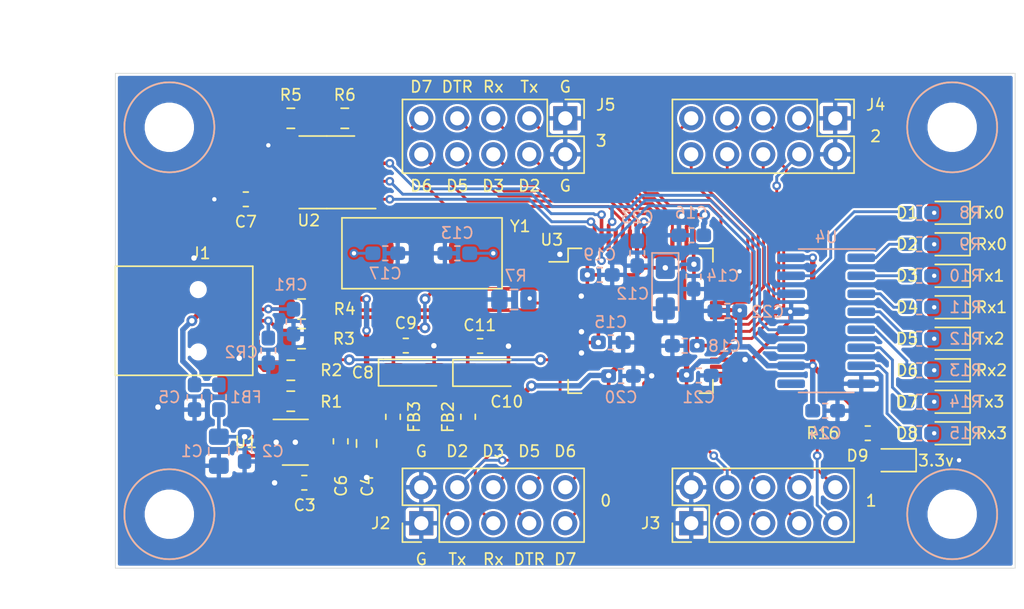
<source format=kicad_pcb>
(kicad_pcb (version 20171130) (host pcbnew "(5.1.9)-1")
  (layers (0 F.Cu signal) (31 B.Cu signal) (34 B.Paste user) (35 F.Paste user) (36 B.SilkS user) (37 F.SilkS user) (38 B.Mask user) (39 F.Mask user) (44 Edge.Cuts user))
  (net 0 "")
  (net 1 GND)
  (net 2 +3V3)
  (net 3 /OSCI)
  (net 4 /OSCO)
  (net 5 /DM0)
  (net 6 /DP0)
  (net 7 /D7-0)
  (net 8 /D5-0)
  (net 9 /D6-0)
  (net 10 /DTR-0)
  (net 11 /D3-0)
  (net 12 /RX-0)
  (net 13 /D2-0)
  (net 14 /TX-0)
  (net 15 /~Reset)
  (net 16 /DP)
  (net 17 /DM)
  (net 18 /EEData)
  (net 19 /DOut)
  (net 20 /Ref)
  (net 21 /EEClk)
  (net 22 /EECS)
  (net 23 /VBus)
  (net 24 /Vcc)
  (net 25 /VPhy)
  (net 26 /VPLL)
  (net 27 /VCore)
  (net 28 /BP)
  (net 29 /D6-1)
  (net 30 /D7-1)
  (net 31 /D5-1)
  (net 32 /DTR-1)
  (net 33 /D3-1)
  (net 34 /RX-1)
  (net 35 /D2-1)
  (net 36 /TX-1)
  (net 37 /D6-3)
  (net 38 /D7-3)
  (net 39 /D5-3)
  (net 40 /DTR-3)
  (net 41 /D3-3)
  (net 42 /RX-3)
  (net 43 /D2-3)
  (net 44 /TX-3)
  (net 45 /D6-2)
  (net 46 /D7-2)
  (net 47 /D5-2)
  (net 48 /DTR-2)
  (net 49 /D3-2)
  (net 50 /RX-2)
  (net 51 /D2-2)
  (net 52 /TX-2)
  (net 53 /Tx0R)
  (net 54 /Rx0R)
  (net 55 /Tx1R)
  (net 56 /Rx1R)
  (net 57 /Tx2R)
  (net 58 /Rx2R)
  (net 59 /Tx3R)
  (net 60 /Rx3R)
  (net 61 /Tx0)
  (net 62 /Rx0)
  (net 63 /Tx1)
  (net 64 /Rx1)
  (net 65 /Tx2)
  (net 66 /Rx2)
  (net 67 /Tx3)
  (net 68 /Rx3)
  (net 69 /3.3VR)
  (module 0MiscParts:HC49_SMD (layer F.Cu) (at 113.03 85.725 180)
    (fp_text reference Y1 (at -6.985 1.905) (layer F.SilkS) (effects (font (size 0.8 0.8) (thickness 0.12))))
    (fp_text value 12MHz)
    (pad 2 smd roundrect (at 4.75 0 180) (size 5.6 2.1) (layers F.Cu F.Paste F.Mask) (net 4 /OSCO))
    (pad 1 smd roundrect (at -4.75 0 180) (size 5.6 2.1) (layers F.Cu F.Paste F.Mask) (net 3 /OSCI))
  )
  (module 0MiscParts:LED_0603_1608Metric_Pad1.05x1.35mm_HandSolder (layer F.Cu) (at 146.29 100.33 180)
    (fp_text reference D9 (at 2.4765 0.3175) (layer F.SilkS) (effects (font (size 0.8 0.8) (thickness 0.12))))
    (fp_text value "LED Gr")
    (pad 2 smd roundrect (at 0.875 0 180) (size 1.05 1.35) (layers F.Cu F.Paste F.Mask) (net 69 /3.3VR))
    (pad 1 smd roundrect (at -0.875 0 180) (size 1.05 1.35) (layers F.Cu F.Paste F.Mask) (net 1 GND))
  )
  (module 0MiscParts:LED_0603_1608Metric_Pad1.05x1.35mm_HandSolder (layer F.Cu) (at 150.1 98.425 180)
    (fp_text reference D8 (at 2.78 0) (layer F.SilkS) (effects (font (size 0.8 0.8) (thickness 0.12))))
    (fp_text value "LED Yl")
    (pad 2 smd roundrect (at 0.875 0 180) (size 1.05 1.35) (layers F.Cu F.Paste F.Mask) (net 60 /Rx3R))
    (pad 1 smd roundrect (at -0.875 0 180) (size 1.05 1.35) (layers F.Cu F.Paste F.Mask) (net 1 GND))
  )
  (module 0MiscParts:LED_0603_1608Metric_Pad1.05x1.35mm_HandSolder (layer F.Cu) (at 150.1 96.2025 180)
    (fp_text reference D7 (at 2.78 0) (layer F.SilkS) (effects (font (size 0.8 0.8) (thickness 0.12))))
    (fp_text value "LED Gr")
    (pad 2 smd roundrect (at 0.875 0 180) (size 1.05 1.35) (layers F.Cu F.Paste F.Mask) (net 59 /Tx3R))
    (pad 1 smd roundrect (at -0.875 0 180) (size 1.05 1.35) (layers F.Cu F.Paste F.Mask) (net 1 GND))
  )
  (module 0MiscParts:LED_0603_1608Metric_Pad1.05x1.35mm_HandSolder (layer F.Cu) (at 150.1 93.98 180)
    (fp_text reference D6 (at 2.78 0) (layer F.SilkS) (effects (font (size 0.8 0.8) (thickness 0.12))))
    (fp_text value "LED Yl")
    (pad 2 smd roundrect (at 0.875 0 180) (size 1.05 1.35) (layers F.Cu F.Paste F.Mask) (net 58 /Rx2R))
    (pad 1 smd roundrect (at -0.875 0 180) (size 1.05 1.35) (layers F.Cu F.Paste F.Mask) (net 1 GND))
  )
  (module 0MiscParts:LED_0603_1608Metric_Pad1.05x1.35mm_HandSolder (layer F.Cu) (at 150.1 91.7575 180)
    (fp_text reference D5 (at 2.78 0) (layer F.SilkS) (effects (font (size 0.8 0.8) (thickness 0.12))))
    (fp_text value "LED Gr")
    (pad 2 smd roundrect (at 0.875 0 180) (size 1.05 1.35) (layers F.Cu F.Paste F.Mask) (net 57 /Tx2R))
    (pad 1 smd roundrect (at -0.875 0 180) (size 1.05 1.35) (layers F.Cu F.Paste F.Mask) (net 1 GND))
  )
  (module 0MiscParts:LED_0603_1608Metric_Pad1.05x1.35mm_HandSolder (layer F.Cu) (at 150.1 89.535 180)
    (fp_text reference D4 (at 2.78 0) (layer F.SilkS) (effects (font (size 0.8 0.8) (thickness 0.12))))
    (fp_text value "LED Yl")
    (pad 2 smd roundrect (at 0.875 0 180) (size 1.05 1.35) (layers F.Cu F.Paste F.Mask) (net 56 /Rx1R))
    (pad 1 smd roundrect (at -0.875 0 180) (size 1.05 1.35) (layers F.Cu F.Paste F.Mask) (net 1 GND))
  )
  (module 0MiscParts:LED_0603_1608Metric_Pad1.05x1.35mm_HandSolder (layer F.Cu) (at 150.1 87.3125 180)
    (fp_text reference D3 (at 2.78 0) (layer F.SilkS) (effects (font (size 0.8 0.8) (thickness 0.12))))
    (fp_text value "LED Gr")
    (pad 2 smd roundrect (at 0.875 0 180) (size 1.05 1.35) (layers F.Cu F.Paste F.Mask) (net 55 /Tx1R))
    (pad 1 smd roundrect (at -0.875 0 180) (size 1.05 1.35) (layers F.Cu F.Paste F.Mask) (net 1 GND))
  )
  (module 0MiscParts:LED_0603_1608Metric_Pad1.05x1.35mm_HandSolder (layer F.Cu) (at 150.1 85.09 180)
    (fp_text reference D2 (at 2.78 0) (layer F.SilkS) (effects (font (size 0.8 0.8) (thickness 0.12))))
    (fp_text value "LED Yl")
    (pad 2 smd roundrect (at 0.875 0 180) (size 1.05 1.35) (layers F.Cu F.Paste F.Mask) (net 54 /Rx0R))
    (pad 1 smd roundrect (at -0.875 0 180) (size 1.05 1.35) (layers F.Cu F.Paste F.Mask) (net 1 GND))
  )
  (module 0MiscParts:LED_0603_1608Metric_Pad1.05x1.35mm_HandSolder (layer F.Cu) (at 150.1 82.8675 180)
    (fp_text reference D1 (at 2.78 0) (layer F.SilkS) (effects (font (size 0.8 0.8) (thickness 0.12))))
    (fp_text value "LED Gr")
    (pad 2 smd roundrect (at 0.875 0 180) (size 1.05 1.35) (layers F.Cu F.Paste F.Mask) (net 53 /Tx0R))
    (pad 1 smd roundrect (at -0.875 0 180) (size 1.05 1.35) (layers F.Cu F.Paste F.Mask) (net 1 GND))
  )
  (module Resistor_SMD:R_0603_1608Metric_Pad1.05x0.95mm_HandSolder (layer F.Cu) (at 144.54 98.425)
    (fp_text reference R16 (at -3.175 0) (layer F.SilkS) (effects (font (size 0.8 0.8) (thickness 0.12))))
    (fp_text value 2.4k)
    (pad 2 smd roundrect (at 0.875 0) (size 1.05 0.95) (layers F.Cu F.Paste F.Mask) (net 69 /3.3VR))
    (pad 1 smd roundrect (at -0.875 0) (size 1.05 0.95) (layers F.Cu F.Paste F.Mask) (net 2 +3V3))
  )
  (module Capacitor_SMD:C_0603_1608Metric_Pad1.05x0.95mm_HandSolder (layer F.Cu) (at 100.6475 81.915)
    (fp_text reference C7 (at 0 1.5875 180) (layer F.SilkS) (effects (font (size 0.8 0.8) (thickness 0.12))))
    (fp_text value .1uf)
    (pad 2 smd roundrect (at 0.875 0) (size 1.05 0.95) (layers F.Cu F.Paste F.Mask) (net 2 +3V3))
    (pad 1 smd roundrect (at -0.875 0) (size 1.05 0.95) (layers F.Cu F.Paste F.Mask) (net 1 GND))
  )
  (module "0MiscParts:MountingHole _1-8_1-4" (layer F.Cu) (at 150.495 104.14)
    (fp_text reference H4)
    (fp_text value MountingHole)
    (pad "" np_thru_hole circle (at 0 0) (size 3.175 3.175) (drill 3.175) (layers *.Cu *.Mask))
  )
  (module "0MiscParts:MountingHole _1-8_1-4" (layer F.Cu) (at 150.495 76.835)
    (fp_text reference H3)
    (fp_text value MountingHole)
    (pad "" np_thru_hole circle (at 0 0) (size 3.175 3.175) (drill 3.175) (layers *.Cu *.Mask))
  )
  (module "0MiscParts:MountingHole _1-8_1-4" (layer F.Cu) (at 95.25 104.14)
    (fp_text reference H2)
    (fp_text value MountingHole)
    (pad "" np_thru_hole circle (at 0 0) (size 3.175 3.175) (drill 3.175) (layers *.Cu *.Mask))
  )
  (module "0MiscParts:MountingHole _1-8_1-4" (layer F.Cu) (at 95.25 76.835)
    (fp_text reference H1)
    (fp_text value MountingHole)
    (pad "" np_thru_hole circle (at 0 0) (size 3.175 3.175) (drill 3.175) (layers *.Cu *.Mask))
  )
  (module Package_SO:SOIC-16_3.9x9.9mm_P1.27mm (layer B.Cu) (at 141.605 90.4875 180)
    (fp_text reference U4 (at 0 5.9 180) (layer B.SilkS) (effects (font (size 0.8 0.8) (thickness 0.12)) (justify mirror)))
    (fp_text value 74HC595)
    (pad 16 smd roundrect (at 2.475 4.445 180) (size 1.95 0.6) (layers B.Cu B.Paste B.Mask) (net 2 +3V3))
    (pad 15 smd roundrect (at 2.475 3.175 180) (size 1.95 0.6) (layers B.Cu B.Paste B.Mask) (net 61 /Tx0))
    (pad 14 smd roundrect (at 2.475 1.905 180) (size 1.95 0.6) (layers B.Cu B.Paste B.Mask) (net 18 /EEData))
    (pad 13 smd roundrect (at 2.475 0.635 180) (size 1.95 0.6) (layers B.Cu B.Paste B.Mask) (net 1 GND))
    (pad 12 smd roundrect (at 2.475 -0.635 180) (size 1.95 0.6) (layers B.Cu B.Paste B.Mask) (net 22 /EECS))
    (pad 11 smd roundrect (at 2.475 -1.905 180) (size 1.95 0.6) (layers B.Cu B.Paste B.Mask) (net 21 /EEClk))
    (pad 10 smd roundrect (at 2.475 -3.175 180) (size 1.95 0.6) (layers B.Cu B.Paste B.Mask) (net 2 +3V3))
    (pad 9 smd roundrect (at 2.475 -4.445 180) (size 1.95 0.6) (layers B.Cu B.Paste B.Mask))
    (pad 8 smd roundrect (at -2.475 -4.445 180) (size 1.95 0.6) (layers B.Cu B.Paste B.Mask) (net 1 GND))
    (pad 7 smd roundrect (at -2.475 -3.175 180) (size 1.95 0.6) (layers B.Cu B.Paste B.Mask) (net 68 /Rx3))
    (pad 6 smd roundrect (at -2.475 -1.905 180) (size 1.95 0.6) (layers B.Cu B.Paste B.Mask) (net 67 /Tx3))
    (pad 5 smd roundrect (at -2.475 -0.635 180) (size 1.95 0.6) (layers B.Cu B.Paste B.Mask) (net 66 /Rx2))
    (pad 4 smd roundrect (at -2.475 0.635 180) (size 1.95 0.6) (layers B.Cu B.Paste B.Mask) (net 65 /Tx2))
    (pad 3 smd roundrect (at -2.475 1.905 180) (size 1.95 0.6) (layers B.Cu B.Paste B.Mask) (net 64 /Rx1))
    (pad 2 smd roundrect (at -2.475 3.175 180) (size 1.95 0.6) (layers B.Cu B.Paste B.Mask) (net 63 /Tx1))
    (pad 1 smd roundrect (at -2.475 4.445 180) (size 1.95 0.6) (layers B.Cu B.Paste B.Mask) (net 62 /Rx0))
  )
  (module Resistor_SMD:R_0603_1608Metric_Pad1.05x0.95mm_HandSolder (layer B.Cu) (at 148.1709 98.425)
    (fp_text reference R15 (at 3.2766 0) (layer B.SilkS) (effects (font (size 0.8 0.8) (thickness 0.12)) (justify mirror)))
    (fp_text value 1k)
    (pad 2 smd roundrect (at 0.875 0) (size 1.05 0.95) (layers B.Cu B.Paste B.Mask) (net 60 /Rx3R))
    (pad 1 smd roundrect (at -0.875 0) (size 1.05 0.95) (layers B.Cu B.Paste B.Mask) (net 68 /Rx3))
  )
  (module Resistor_SMD:R_0603_1608Metric_Pad1.05x0.95mm_HandSolder (layer B.Cu) (at 148.1709 96.2025)
    (fp_text reference R14 (at 3.2766 0) (layer B.SilkS) (effects (font (size 0.8 0.8) (thickness 0.12)) (justify mirror)))
    (fp_text value 2.4k)
    (pad 2 smd roundrect (at 0.875 0) (size 1.05 0.95) (layers B.Cu B.Paste B.Mask) (net 59 /Tx3R))
    (pad 1 smd roundrect (at -0.875 0) (size 1.05 0.95) (layers B.Cu B.Paste B.Mask) (net 67 /Tx3))
  )
  (module Resistor_SMD:R_0603_1608Metric_Pad1.05x0.95mm_HandSolder (layer B.Cu) (at 148.1709 93.98)
    (fp_text reference R13 (at 3.2766 0) (layer B.SilkS) (effects (font (size 0.8 0.8) (thickness 0.12)) (justify mirror)))
    (fp_text value 1k)
    (pad 2 smd roundrect (at 0.875 0) (size 1.05 0.95) (layers B.Cu B.Paste B.Mask) (net 58 /Rx2R))
    (pad 1 smd roundrect (at -0.875 0) (size 1.05 0.95) (layers B.Cu B.Paste B.Mask) (net 66 /Rx2))
  )
  (module Resistor_SMD:R_0603_1608Metric_Pad1.05x0.95mm_HandSolder (layer B.Cu) (at 148.1709 91.7575)
    (fp_text reference R12 (at 3.2766 0) (layer B.SilkS) (effects (font (size 0.8 0.8) (thickness 0.12)) (justify mirror)))
    (fp_text value 2.4k)
    (pad 2 smd roundrect (at 0.875 0) (size 1.05 0.95) (layers B.Cu B.Paste B.Mask) (net 57 /Tx2R))
    (pad 1 smd roundrect (at -0.875 0) (size 1.05 0.95) (layers B.Cu B.Paste B.Mask) (net 65 /Tx2))
  )
  (module Resistor_SMD:R_0603_1608Metric_Pad1.05x0.95mm_HandSolder (layer B.Cu) (at 148.1709 89.535)
    (fp_text reference R11 (at 3.2766 0) (layer B.SilkS) (effects (font (size 0.8 0.8) (thickness 0.12)) (justify mirror)))
    (fp_text value 1k)
    (pad 2 smd roundrect (at 0.875 0) (size 1.05 0.95) (layers B.Cu B.Paste B.Mask) (net 56 /Rx1R))
    (pad 1 smd roundrect (at -0.875 0) (size 1.05 0.95) (layers B.Cu B.Paste B.Mask) (net 64 /Rx1))
  )
  (module Resistor_SMD:R_0603_1608Metric_Pad1.05x0.95mm_HandSolder (layer B.Cu) (at 148.1709 87.3125)
    (fp_text reference R10 (at 3.2766 0) (layer B.SilkS) (effects (font (size 0.8 0.8) (thickness 0.12)) (justify mirror)))
    (fp_text value 2.4k)
    (pad 2 smd roundrect (at 0.875 0) (size 1.05 0.95) (layers B.Cu B.Paste B.Mask) (net 55 /Tx1R))
    (pad 1 smd roundrect (at -0.875 0) (size 1.05 0.95) (layers B.Cu B.Paste B.Mask) (net 63 /Tx1))
  )
  (module Resistor_SMD:R_0603_1608Metric_Pad1.05x0.95mm_HandSolder (layer B.Cu) (at 148.1709 85.09)
    (fp_text reference R9 (at 3.5941 0) (layer B.SilkS) (effects (font (size 0.8 0.8) (thickness 0.12)) (justify mirror)))
    (fp_text value 1k)
    (pad 2 smd roundrect (at 0.875 0) (size 1.05 0.95) (layers B.Cu B.Paste B.Mask) (net 54 /Rx0R))
    (pad 1 smd roundrect (at -0.875 0) (size 1.05 0.95) (layers B.Cu B.Paste B.Mask) (net 62 /Rx0))
  )
  (module Resistor_SMD:R_0603_1608Metric_Pad1.05x0.95mm_HandSolder (layer B.Cu) (at 148.1709 82.8675)
    (fp_text reference R8 (at 3.5941 0) (layer B.SilkS) (effects (font (size 0.8 0.8) (thickness 0.12)) (justify mirror)))
    (fp_text value 2.4k)
    (pad 2 smd roundrect (at 0.875 0) (size 1.05 0.95) (layers B.Cu B.Paste B.Mask) (net 53 /Tx0R))
    (pad 1 smd roundrect (at -0.875 0) (size 1.05 0.95) (layers B.Cu B.Paste B.Mask) (net 61 /Tx0))
  )
  (module Capacitor_SMD:C_0603_1608Metric_Pad1.05x0.95mm_HandSolder (layer B.Cu) (at 141.5275 96.8375 180)
    (fp_text reference C24 (at 0 -1.5875 180) (layer B.SilkS) (effects (font (size 0.8 0.8) (thickness 0.12)) (justify mirror)))
    (fp_text value .1uf)
    (pad 2 smd roundrect (at 0.875 0 180) (size 1.05 0.95) (layers B.Cu B.Paste B.Mask) (net 2 +3V3))
    (pad 1 smd roundrect (at -0.875 0 180) (size 1.05 0.95) (layers B.Cu B.Paste B.Mask) (net 1 GND))
  )
  (module Connector_PinHeader_2.54mm:PinHeader_2x05_P2.54mm_Vertical (layer F.Cu) (at 142.24 76.2 270)
    (fp_text reference J4 (at -0.9525 -2.8575) (layer F.SilkS) (effects (font (size 0.8 0.8) (thickness 0.12))))
    (fp_text value Conn_02x05_Odd_Even)
    (pad 10 thru_hole oval (at 2.54 10.16 270) (size 1.7 1.7) (drill 1) (layers *.Cu *.Mask) (net 45 /D6-2))
    (pad 9 thru_hole oval (at 0 10.16 270) (size 1.7 1.7) (drill 1) (layers *.Cu *.Mask) (net 46 /D7-2))
    (pad 8 thru_hole oval (at 2.54 7.62 270) (size 1.7 1.7) (drill 1) (layers *.Cu *.Mask) (net 47 /D5-2))
    (pad 7 thru_hole oval (at 0 7.62 270) (size 1.7 1.7) (drill 1) (layers *.Cu *.Mask) (net 48 /DTR-2))
    (pad 6 thru_hole oval (at 2.54 5.08 270) (size 1.7 1.7) (drill 1) (layers *.Cu *.Mask) (net 49 /D3-2))
    (pad 5 thru_hole oval (at 0 5.08 270) (size 1.7 1.7) (drill 1) (layers *.Cu *.Mask) (net 50 /RX-2))
    (pad 4 thru_hole oval (at 2.54 2.54 270) (size 1.7 1.7) (drill 1) (layers *.Cu *.Mask) (net 51 /D2-2))
    (pad 3 thru_hole oval (at 0 2.54 270) (size 1.7 1.7) (drill 1) (layers *.Cu *.Mask) (net 52 /TX-2))
    (pad 2 thru_hole oval (at 2.54 0 270) (size 1.7 1.7) (drill 1) (layers *.Cu *.Mask) (net 1 GND))
    (pad 1 thru_hole rect (at 0 0 270) (size 1.7 1.7) (drill 1) (layers *.Cu *.Mask) (net 1 GND))
  )
  (module Connector_PinHeader_2.54mm:PinHeader_2x05_P2.54mm_Vertical (layer F.Cu) (at 123.19 76.2 270)
    (fp_text reference J5 (at -0.9525 -2.8575 180) (layer F.SilkS) (effects (font (size 0.8 0.8) (thickness 0.12))))
    (fp_text value Conn_02x05_Odd_Even)
    (pad 10 thru_hole oval (at 2.54 10.16 270) (size 1.7 1.7) (drill 1) (layers *.Cu *.Mask) (net 37 /D6-3))
    (pad 9 thru_hole oval (at 0 10.16 270) (size 1.7 1.7) (drill 1) (layers *.Cu *.Mask) (net 38 /D7-3))
    (pad 8 thru_hole oval (at 2.54 7.62 270) (size 1.7 1.7) (drill 1) (layers *.Cu *.Mask) (net 39 /D5-3))
    (pad 7 thru_hole oval (at 0 7.62 270) (size 1.7 1.7) (drill 1) (layers *.Cu *.Mask) (net 40 /DTR-3))
    (pad 6 thru_hole oval (at 2.54 5.08 270) (size 1.7 1.7) (drill 1) (layers *.Cu *.Mask) (net 41 /D3-3))
    (pad 5 thru_hole oval (at 0 5.08 270) (size 1.7 1.7) (drill 1) (layers *.Cu *.Mask) (net 42 /RX-3))
    (pad 4 thru_hole oval (at 2.54 2.54 270) (size 1.7 1.7) (drill 1) (layers *.Cu *.Mask) (net 43 /D2-3))
    (pad 3 thru_hole oval (at 0 2.54 270) (size 1.7 1.7) (drill 1) (layers *.Cu *.Mask) (net 44 /TX-3))
    (pad 2 thru_hole oval (at 2.54 0 270) (size 1.7 1.7) (drill 1) (layers *.Cu *.Mask) (net 1 GND))
    (pad 1 thru_hole rect (at 0 0 270) (size 1.7 1.7) (drill 1) (layers *.Cu *.Mask) (net 1 GND))
  )
  (module Connector_PinHeader_2.54mm:PinHeader_2x05_P2.54mm_Vertical (layer F.Cu) (at 132.08 104.775 90)
    (fp_text reference J3 (at 0 -2.8575 180) (layer F.SilkS) (effects (font (size 0.8 0.8) (thickness 0.12))))
    (fp_text value Conn_02x05_Odd_Even)
    (pad 10 thru_hole oval (at 2.54 10.16 90) (size 1.7 1.7) (drill 1) (layers *.Cu *.Mask) (net 29 /D6-1))
    (pad 9 thru_hole oval (at 0 10.16 90) (size 1.7 1.7) (drill 1) (layers *.Cu *.Mask) (net 30 /D7-1))
    (pad 8 thru_hole oval (at 2.54 7.62 90) (size 1.7 1.7) (drill 1) (layers *.Cu *.Mask) (net 31 /D5-1))
    (pad 7 thru_hole oval (at 0 7.62 90) (size 1.7 1.7) (drill 1) (layers *.Cu *.Mask) (net 32 /DTR-1))
    (pad 6 thru_hole oval (at 2.54 5.08 90) (size 1.7 1.7) (drill 1) (layers *.Cu *.Mask) (net 33 /D3-1))
    (pad 5 thru_hole oval (at 0 5.08 90) (size 1.7 1.7) (drill 1) (layers *.Cu *.Mask) (net 34 /RX-1))
    (pad 4 thru_hole oval (at 2.54 2.54 90) (size 1.7 1.7) (drill 1) (layers *.Cu *.Mask) (net 35 /D2-1))
    (pad 3 thru_hole oval (at 0 2.54 90) (size 1.7 1.7) (drill 1) (layers *.Cu *.Mask) (net 36 /TX-1))
    (pad 2 thru_hole oval (at 2.54 0 90) (size 1.7 1.7) (drill 1) (layers *.Cu *.Mask) (net 1 GND))
    (pad 1 thru_hole rect (at 0 0 90) (size 1.7 1.7) (drill 1) (layers *.Cu *.Mask) (net 1 GND))
  )
  (module Capacitor_SMD:C_0603_1608Metric_Pad1.05x0.95mm_HandSolder (layer B.Cu) (at 128.27 85.725 90)
    (fp_text reference C23 (at 2.54 0 180) (layer B.SilkS) (effects (font (size 0.8 0.8) (thickness 0.12)) (justify mirror)))
    (fp_text value .1uf)
    (pad 2 smd roundrect (at 0.875 0 90) (size 1.05 0.95) (layers B.Cu B.Paste B.Mask) (net 2 +3V3))
    (pad 1 smd roundrect (at -0.875 0 90) (size 1.05 0.95) (layers B.Cu B.Paste B.Mask) (net 1 GND))
  )
  (module Capacitor_SMD:C_0603_1608Metric_Pad1.05x0.95mm_HandSolder (layer B.Cu) (at 134.625 89.789)
    (fp_text reference C22 (at 2.8525 0.0635) (layer B.SilkS) (effects (font (size 0.8 0.8) (thickness 0.12)) (justify mirror)))
    (fp_text value .1uf)
    (pad 2 smd roundrect (at 0.875 0) (size 1.05 0.95) (layers B.Cu B.Paste B.Mask) (net 2 +3V3))
    (pad 1 smd roundrect (at -0.875 0) (size 1.05 0.95) (layers B.Cu B.Paste B.Mask) (net 1 GND))
  )
  (module Capacitor_SMD:C_0603_1608Metric_Pad1.05x0.95mm_HandSolder (layer B.Cu) (at 132.6134 94.3483 180)
    (fp_text reference C21 (at 0 -1.5367) (layer B.SilkS) (effects (font (size 0.8 0.8) (thickness 0.12)) (justify mirror)))
    (fp_text value .1uf)
    (pad 2 smd roundrect (at 0.875 0 180) (size 1.05 0.95) (layers B.Cu B.Paste B.Mask) (net 2 +3V3))
    (pad 1 smd roundrect (at -0.875 0 180) (size 1.05 0.95) (layers B.Cu B.Paste B.Mask) (net 1 GND))
  )
  (module Capacitor_SMD:C_0603_1608Metric_Pad1.05x0.95mm_HandSolder (layer B.Cu) (at 127.125 94.3864 180)
    (fp_text reference C20 (at 0 -1.4986) (layer B.SilkS) (effects (font (size 0.8 0.8) (thickness 0.12)) (justify mirror)))
    (fp_text value .1uf)
    (pad 2 smd roundrect (at 0.875 0 180) (size 1.05 0.95) (layers B.Cu B.Paste B.Mask) (net 2 +3V3))
    (pad 1 smd roundrect (at -0.875 0 180) (size 1.05 0.95) (layers B.Cu B.Paste B.Mask) (net 1 GND))
  )
  (module Capacitor_SMD:C_0603_1608Metric_Pad1.05x0.95mm_HandSolder (layer B.Cu) (at 125.6271 87.25 180)
    (fp_text reference C19 (at 0 1.43) (layer B.SilkS) (effects (font (size 0.8 0.8) (thickness 0.12)) (justify mirror)))
    (fp_text value .1uf)
    (pad 2 smd roundrect (at 0.875 0 180) (size 1.05 0.95) (layers B.Cu B.Paste B.Mask) (net 27 /VCore))
    (pad 1 smd roundrect (at -0.875 0 180) (size 1.05 0.95) (layers B.Cu B.Paste B.Mask) (net 1 GND))
  )
  (module Capacitor_SMD:C_0603_1608Metric_Pad1.05x0.95mm_HandSolder (layer B.Cu) (at 131.625 92.25)
    (fp_text reference C18 (at 2.8045 0.0155) (layer B.SilkS) (effects (font (size 0.8 0.8) (thickness 0.12)) (justify mirror)))
    (fp_text value .1uf)
    (pad 2 smd roundrect (at 0.875 0) (size 1.05 0.95) (layers B.Cu B.Paste B.Mask) (net 27 /VCore))
    (pad 1 smd roundrect (at -0.875 0) (size 1.05 0.95) (layers B.Cu B.Paste B.Mask) (net 1 GND))
  )
  (module Capacitor_SMD:C_0603_1608Metric_Pad1.05x0.95mm_HandSolder (layer B.Cu) (at 132.08 84.455)
    (fp_text reference C16 (at 0 -1.5875) (layer B.SilkS) (effects (font (size 0.8 0.8) (thickness 0.12)) (justify mirror)))
    (fp_text value .1uf)
    (pad 2 smd roundrect (at 0.875 0) (size 1.05 0.95) (layers B.Cu B.Paste B.Mask) (net 2 +3V3))
    (pad 1 smd roundrect (at -0.875 0) (size 1.05 0.95) (layers B.Cu B.Paste B.Mask) (net 1 GND))
  )
  (module Capacitor_SMD:C_0603_1608Metric_Pad1.05x0.95mm_HandSolder (layer B.Cu) (at 126.4031 92.0115 180)
    (fp_text reference C15 (at 0 1.43) (layer B.SilkS) (effects (font (size 0.8 0.8) (thickness 0.12)) (justify mirror)))
    (fp_text value .1uf)
    (pad 2 smd roundrect (at 0.875 0 180) (size 1.05 0.95) (layers B.Cu B.Paste B.Mask) (net 27 /VCore))
    (pad 1 smd roundrect (at -0.875 0 180) (size 1.05 0.95) (layers B.Cu B.Paste B.Mask) (net 1 GND))
  )
  (module Capacitor_SMD:C_0603_1608Metric_Pad1.05x0.95mm_HandSolder (layer B.Cu) (at 132.25 87.375 90)
    (fp_text reference C14 (at 0.0625 2.0525 180) (layer B.SilkS) (effects (font (size 0.8 0.8) (thickness 0.12)) (justify mirror)))
    (fp_text value .1uf)
    (pad 2 smd roundrect (at 0.875 0 90) (size 1.05 0.95) (layers B.Cu B.Paste B.Mask) (net 27 /VCore))
    (pad 1 smd roundrect (at -0.875 0 90) (size 1.05 0.95) (layers B.Cu B.Paste B.Mask) (net 1 GND))
  )
  (module Capacitor_SMD:C_0603_1608Metric_Pad1.05x0.95mm_HandSolder (layer F.Cu) (at 117.1816 92.2655 180)
    (fp_text reference C11 (at 0.0241 1.4605) (layer F.SilkS) (effects (font (size 0.8 0.8) (thickness 0.12))))
    (fp_text value .1uf)
    (pad 2 smd roundrect (at 0.875 0 180) (size 1.05 0.95) (layers F.Cu F.Paste F.Mask) (net 26 /VPLL))
    (pad 1 smd roundrect (at -0.875 0 180) (size 1.05 0.95) (layers F.Cu F.Paste F.Mask) (net 1 GND))
  )
  (module Capacitor_SMD:C_0603_1608Metric_Pad1.05x0.95mm_HandSolder (layer F.Cu) (at 111.9365 92.2401 180)
    (fp_text reference C9 (at 0 1.5875) (layer F.SilkS) (effects (font (size 0.8 0.8) (thickness 0.12))))
    (fp_text value .1uf)
    (pad 2 smd roundrect (at 0.875 0 180) (size 1.05 0.95) (layers F.Cu F.Paste F.Mask) (net 25 /VPhy))
    (pad 1 smd roundrect (at -0.875 0 180) (size 1.05 0.95) (layers F.Cu F.Paste F.Mask) (net 1 GND))
  )
  (module Capacitor_SMD:C_0603_1608Metric_Pad1.05x0.95mm_HandSolder (layer F.Cu) (at 107.3404 98.9952 90)
    (fp_text reference C6 (at -3.1382 0.0254 90) (layer F.SilkS) (effects (font (size 0.8 0.8) (thickness 0.12))))
    (fp_text value .1uf)
    (pad 2 smd roundrect (at 0.875 0 90) (size 1.05 0.95) (layers F.Cu F.Paste F.Mask) (net 2 +3V3))
    (pad 1 smd roundrect (at -0.875 0 90) (size 1.05 0.95) (layers F.Cu F.Paste F.Mask) (net 1 GND))
  )
  (module Capacitor_SMD:C_0603_1608Metric_Pad1.05x0.95mm_HandSolder (layer B.Cu) (at 97.028 95.885 270)
    (fp_text reference C5 (at 0 1.778) (layer B.SilkS) (effects (font (size 0.8 0.8) (thickness 0.12)) (justify mirror)))
    (fp_text value .01uf)
    (pad 2 smd roundrect (at 0.875 0 270) (size 1.05 0.95) (layers B.Cu B.Paste B.Mask) (net 1 GND))
    (pad 1 smd roundrect (at -0.875 0 270) (size 1.05 0.95) (layers B.Cu B.Paste B.Mask) (net 23 /VBus))
  )
  (module Capacitor_SMD:C_0603_1608Metric_Pad1.05x0.95mm_HandSolder (layer F.Cu) (at 104.775 101.9175)
    (fp_text reference C3 (at 0.0254 1.5875) (layer F.SilkS) (effects (font (size 0.8 0.8) (thickness 0.12))))
    (fp_text value .01uf)
    (pad 2 smd roundrect (at 0.875 0) (size 1.05 0.95) (layers F.Cu F.Paste F.Mask) (net 28 /BP))
    (pad 1 smd roundrect (at -0.875 0) (size 1.05 0.95) (layers F.Cu F.Paste F.Mask) (net 1 GND))
  )
  (module Capacitor_SMD:C_0603_1608Metric_Pad1.05x0.95mm_HandSolder (layer B.Cu) (at 100.5586 99.5426 90)
    (fp_text reference C2 (at -0.1524 1.9939) (layer B.SilkS) (effects (font (size 0.8 0.8) (thickness 0.12)) (justify mirror)))
    (fp_text value .1uf)
    (pad 2 smd roundrect (at 0.875 0 90) (size 1.05 0.95) (layers B.Cu B.Paste B.Mask) (net 24 /Vcc))
    (pad 1 smd roundrect (at -0.875 0 90) (size 1.05 0.95) (layers B.Cu B.Paste B.Mask) (net 1 GND))
  )
  (module Package_QFP:LQFP-64_10x10mm_P0.5mm (layer F.Cu) (at 128.5 90.4875)
    (fp_text reference U3 (at -6.2625 -5.715) (layer F.SilkS) (effects (font (size 0.8 0.8) (thickness 0.12))))
    (fp_text value FT4232H)
    (pad 64 smd roundrect (at -3.75 -5.675) (size 0.3 1.55) (layers F.Cu F.Paste F.Mask) (net 27 /VCore))
    (pad 63 smd roundrect (at -3.25 -5.675) (size 0.3 1.55) (layers F.Cu F.Paste F.Mask) (net 22 /EECS))
    (pad 62 smd roundrect (at -2.75 -5.675) (size 0.3 1.55) (layers F.Cu F.Paste F.Mask) (net 21 /EEClk))
    (pad 61 smd roundrect (at -2.25 -5.675) (size 0.3 1.55) (layers F.Cu F.Paste F.Mask) (net 18 /EEData))
    (pad 60 smd roundrect (at -1.75 -5.675) (size 0.3 1.55) (layers F.Cu F.Paste F.Mask))
    (pad 59 smd roundrect (at -1.25 -5.675) (size 0.3 1.55) (layers F.Cu F.Paste F.Mask) (net 38 /D7-3))
    (pad 58 smd roundrect (at -0.75 -5.675) (size 0.3 1.55) (layers F.Cu F.Paste F.Mask) (net 37 /D6-3))
    (pad 57 smd roundrect (at -0.25 -5.675) (size 0.3 1.55) (layers F.Cu F.Paste F.Mask) (net 39 /D5-3))
    (pad 56 smd roundrect (at 0.25 -5.675) (size 0.3 1.55) (layers F.Cu F.Paste F.Mask) (net 2 +3V3))
    (pad 55 smd roundrect (at 0.75 -5.675) (size 0.3 1.55) (layers F.Cu F.Paste F.Mask) (net 40 /DTR-3))
    (pad 54 smd roundrect (at 1.25 -5.675) (size 0.3 1.55) (layers F.Cu F.Paste F.Mask) (net 41 /D3-3))
    (pad 53 smd roundrect (at 1.75 -5.675) (size 0.3 1.55) (layers F.Cu F.Paste F.Mask) (net 43 /D2-3))
    (pad 52 smd roundrect (at 2.25 -5.675) (size 0.3 1.55) (layers F.Cu F.Paste F.Mask) (net 42 /RX-3))
    (pad 51 smd roundrect (at 2.75 -5.675) (size 0.3 1.55) (layers F.Cu F.Paste F.Mask) (net 1 GND))
    (pad 50 smd roundrect (at 3.25 -5.675) (size 0.3 1.55) (layers F.Cu F.Paste F.Mask) (net 2 +3V3))
    (pad 49 smd roundrect (at 3.75 -5.675) (size 0.3 1.55) (layers F.Cu F.Paste F.Mask) (net 27 /VCore))
    (pad 48 smd roundrect (at 5.675 -3.75) (size 1.55 0.3) (layers F.Cu F.Paste F.Mask) (net 44 /TX-3))
    (pad 47 smd roundrect (at 5.675 -3.25) (size 1.55 0.3) (layers F.Cu F.Paste F.Mask) (net 1 GND))
    (pad 46 smd roundrect (at 5.675 -2.75) (size 1.55 0.3) (layers F.Cu F.Paste F.Mask) (net 46 /D7-2))
    (pad 45 smd roundrect (at 5.675 -2.25) (size 1.55 0.3) (layers F.Cu F.Paste F.Mask) (net 45 /D6-2))
    (pad 44 smd roundrect (at 5.675 -1.75) (size 1.55 0.3) (layers F.Cu F.Paste F.Mask) (net 47 /D5-2))
    (pad 43 smd roundrect (at 5.675 -1.25) (size 1.55 0.3) (layers F.Cu F.Paste F.Mask) (net 48 /DTR-2))
    (pad 42 smd roundrect (at 5.675 -0.75) (size 1.55 0.3) (layers F.Cu F.Paste F.Mask) (net 2 +3V3))
    (pad 41 smd roundrect (at 5.675 -0.25) (size 1.55 0.3) (layers F.Cu F.Paste F.Mask) (net 49 /D3-2))
    (pad 40 smd roundrect (at 5.675 0.25) (size 1.55 0.3) (layers F.Cu F.Paste F.Mask) (net 51 /D2-2))
    (pad 39 smd roundrect (at 5.675 0.75) (size 1.55 0.3) (layers F.Cu F.Paste F.Mask) (net 50 /RX-2))
    (pad 38 smd roundrect (at 5.675 1.25) (size 1.55 0.3) (layers F.Cu F.Paste F.Mask) (net 52 /TX-2))
    (pad 37 smd roundrect (at 5.675 1.75) (size 1.55 0.3) (layers F.Cu F.Paste F.Mask) (net 27 /VCore))
    (pad 36 smd roundrect (at 5.675 2.25) (size 1.55 0.3) (layers F.Cu F.Paste F.Mask))
    (pad 35 smd roundrect (at 5.675 2.75) (size 1.55 0.3) (layers F.Cu F.Paste F.Mask) (net 1 GND))
    (pad 34 smd roundrect (at 5.675 3.25) (size 1.55 0.3) (layers F.Cu F.Paste F.Mask) (net 30 /D7-1))
    (pad 33 smd roundrect (at 5.675 3.75) (size 1.55 0.3) (layers F.Cu F.Paste F.Mask) (net 29 /D6-1))
    (pad 32 smd roundrect (at 3.75 5.675) (size 0.3 1.55) (layers F.Cu F.Paste F.Mask) (net 31 /D5-1))
    (pad 31 smd roundrect (at 3.25 5.675) (size 0.3 1.55) (layers F.Cu F.Paste F.Mask) (net 2 +3V3))
    (pad 30 smd roundrect (at 2.75 5.675) (size 0.3 1.55) (layers F.Cu F.Paste F.Mask) (net 32 /DTR-1))
    (pad 29 smd roundrect (at 2.25 5.675) (size 0.3 1.55) (layers F.Cu F.Paste F.Mask) (net 33 /D3-1))
    (pad 28 smd roundrect (at 1.75 5.675) (size 0.3 1.55) (layers F.Cu F.Paste F.Mask) (net 35 /D2-1))
    (pad 27 smd roundrect (at 1.25 5.675) (size 0.3 1.55) (layers F.Cu F.Paste F.Mask) (net 34 /RX-1))
    (pad 26 smd roundrect (at 0.75 5.675) (size 0.3 1.55) (layers F.Cu F.Paste F.Mask) (net 36 /TX-1))
    (pad 25 smd roundrect (at 0.25 5.675) (size 0.3 1.55) (layers F.Cu F.Paste F.Mask) (net 1 GND))
    (pad 24 smd roundrect (at -0.25 5.675) (size 0.3 1.55) (layers F.Cu F.Paste F.Mask) (net 7 /D7-0))
    (pad 23 smd roundrect (at -0.75 5.675) (size 0.3 1.55) (layers F.Cu F.Paste F.Mask) (net 9 /D6-0))
    (pad 22 smd roundrect (at -1.25 5.675) (size 0.3 1.55) (layers F.Cu F.Paste F.Mask) (net 8 /D5-0))
    (pad 21 smd roundrect (at -1.75 5.675) (size 0.3 1.55) (layers F.Cu F.Paste F.Mask) (net 10 /DTR-0))
    (pad 20 smd roundrect (at -2.25 5.675) (size 0.3 1.55) (layers F.Cu F.Paste F.Mask) (net 2 +3V3))
    (pad 19 smd roundrect (at -2.75 5.675) (size 0.3 1.55) (layers F.Cu F.Paste F.Mask) (net 11 /D3-0))
    (pad 18 smd roundrect (at -3.25 5.675) (size 0.3 1.55) (layers F.Cu F.Paste F.Mask) (net 13 /D2-0))
    (pad 17 smd roundrect (at -3.75 5.675) (size 0.3 1.55) (layers F.Cu F.Paste F.Mask) (net 12 /RX-0))
    (pad 16 smd roundrect (at -5.675 3.75) (size 1.55 0.3) (layers F.Cu F.Paste F.Mask) (net 14 /TX-0))
    (pad 15 smd roundrect (at -5.675 3.25) (size 1.55 0.3) (layers F.Cu F.Paste F.Mask) (net 1 GND))
    (pad 14 smd roundrect (at -5.675 2.75) (size 1.55 0.3) (layers F.Cu F.Paste F.Mask) (net 15 /~Reset))
    (pad 13 smd roundrect (at -5.675 2.25) (size 1.55 0.3) (layers F.Cu F.Paste F.Mask) (net 1 GND))
    (pad 12 smd roundrect (at -5.675 1.75) (size 1.55 0.3) (layers F.Cu F.Paste F.Mask) (net 27 /VCore))
    (pad 11 smd roundrect (at -5.675 1.25) (size 1.55 0.3) (layers F.Cu F.Paste F.Mask) (net 1 GND))
    (pad 10 smd roundrect (at -5.675 0.75) (size 1.55 0.3) (layers F.Cu F.Paste F.Mask) (net 1 GND))
    (pad 9 smd roundrect (at -5.675 0.25) (size 1.55 0.3) (layers F.Cu F.Paste F.Mask) (net 26 /VPLL))
    (pad 8 smd roundrect (at -5.675 -0.25) (size 1.55 0.3) (layers F.Cu F.Paste F.Mask) (net 16 /DP))
    (pad 7 smd roundrect (at -5.675 -0.75) (size 1.55 0.3) (layers F.Cu F.Paste F.Mask) (net 17 /DM))
    (pad 6 smd roundrect (at -5.675 -1.25) (size 1.55 0.3) (layers F.Cu F.Paste F.Mask) (net 20 /Ref))
    (pad 5 smd roundrect (at -5.675 -1.75) (size 1.55 0.3) (layers F.Cu F.Paste F.Mask) (net 1 GND))
    (pad 4 smd roundrect (at -5.675 -2.25) (size 1.55 0.3) (layers F.Cu F.Paste F.Mask) (net 25 /VPhy))
    (pad 3 smd roundrect (at -5.675 -2.75) (size 1.55 0.3) (layers F.Cu F.Paste F.Mask) (net 4 /OSCO))
    (pad 2 smd roundrect (at -5.675 -3.25) (size 1.55 0.3) (layers F.Cu F.Paste F.Mask) (net 3 /OSCI))
    (pad 1 smd roundrect (at -5.675 -3.75) (size 1.55 0.3) (layers F.Cu F.Paste F.Mask) (net 1 GND))
  )
  (module Package_SO:SOIC-8_3.9x4.9mm_P1.27mm (layer F.Cu) (at 106.3625 80.01 180)
    (fp_text reference U2 (at 1.27 -3.4) (layer F.SilkS) (effects (font (size 0.8 0.8) (thickness 0.12))))
    (fp_text value 93LCxxB)
    (pad 8 smd roundrect (at 2.475 -1.905 180) (size 1.95 0.6) (layers F.Cu F.Paste F.Mask) (net 2 +3V3))
    (pad 7 smd roundrect (at 2.475 -0.635 180) (size 1.95 0.6) (layers F.Cu F.Paste F.Mask))
    (pad 6 smd roundrect (at 2.475 0.635 180) (size 1.95 0.6) (layers F.Cu F.Paste F.Mask))
    (pad 5 smd roundrect (at 2.475 1.905 180) (size 1.95 0.6) (layers F.Cu F.Paste F.Mask) (net 1 GND))
    (pad 4 smd roundrect (at -2.475 1.905 180) (size 1.95 0.6) (layers F.Cu F.Paste F.Mask) (net 19 /DOut))
    (pad 3 smd roundrect (at -2.475 0.635 180) (size 1.95 0.6) (layers F.Cu F.Paste F.Mask) (net 18 /EEData))
    (pad 2 smd roundrect (at -2.475 -0.635 180) (size 1.95 0.6) (layers F.Cu F.Paste F.Mask) (net 21 /EEClk))
    (pad 1 smd roundrect (at -2.475 -1.905 180) (size 1.95 0.6) (layers F.Cu F.Paste F.Mask) (net 22 /EECS))
  )
  (module Package_TO_SOT_SMD:SOT-23-5_HandSoldering (layer F.Cu) (at 104.14 99.06)
    (fp_text reference U1 (at -3.4925 0) (layer F.SilkS) (effects (font (size 0.8 0.8) (thickness 0.12))))
    (fp_text value SP6205)
    (pad 5 smd rect (at 1.35 -0.95) (size 1.56 0.65) (layers F.Cu F.Paste F.Mask) (net 2 +3V3))
    (pad 4 smd rect (at 1.35 0.95) (size 1.56 0.65) (layers F.Cu F.Paste F.Mask) (net 28 /BP))
    (pad 3 smd rect (at -1.35 0.95) (size 1.56 0.65) (layers F.Cu F.Paste F.Mask) (net 24 /Vcc))
    (pad 2 smd rect (at -1.35 0) (size 1.56 0.65) (layers F.Cu F.Paste F.Mask) (net 1 GND))
    (pad 1 smd rect (at -1.35 -0.95) (size 1.56 0.65) (layers F.Cu F.Paste F.Mask) (net 24 /Vcc))
  )
  (module Resistor_SMD:R_0805_2012Metric_Pad1.15x1.40mm_HandSolder (layer B.Cu) (at 119.56404 88.98636 180)
    (fp_text reference R7 (at -0.13346 1.67386) (layer B.SilkS) (effects (font (size 0.8 0.8) (thickness 0.12)) (justify mirror)))
    (fp_text value 12k/1%)
    (pad 2 smd roundrect (at 1.025 0 180) (size 1.15 1.4) (layers B.Cu B.Paste B.Mask) (roundrect_rratio 0.217391) (net 1 GND))
    (pad 1 smd roundrect (at -1.025 0 180) (size 1.15 1.4) (layers B.Cu B.Paste B.Mask) (roundrect_rratio 0.217391) (net 20 /Ref))
  )
  (module Resistor_SMD:R_0805_2012Metric_Pad1.15x1.40mm_HandSolder (layer F.Cu) (at 107.6325 76.2)
    (fp_text reference R6 (at 0 -1.65) (layer F.SilkS) (effects (font (size 0.8 0.8) (thickness 0.12))))
    (fp_text value 2k)
    (pad 2 smd roundrect (at 1.025 0) (size 1.15 1.4) (layers F.Cu F.Paste F.Mask) (roundrect_rratio 0.217391) (net 19 /DOut))
    (pad 1 smd roundrect (at -1.025 0) (size 1.15 1.4) (layers F.Cu F.Paste F.Mask) (roundrect_rratio 0.217391) (net 18 /EEData))
  )
  (module Resistor_SMD:R_0805_2012Metric_Pad1.15x1.40mm_HandSolder (layer F.Cu) (at 103.8225 76.2)
    (fp_text reference R5 (at 0 -1.65) (layer F.SilkS) (effects (font (size 0.8 0.8) (thickness 0.12))))
    (fp_text value 10k)
    (pad 2 smd roundrect (at 1.025 0) (size 1.15 1.4) (layers F.Cu F.Paste F.Mask) (roundrect_rratio 0.217391) (net 18 /EEData))
    (pad 1 smd roundrect (at -1.025 0) (size 1.15 1.4) (layers F.Cu F.Paste F.Mask) (roundrect_rratio 0.217391) (net 2 +3V3))
  )
  (module Resistor_SMD:R_0805_2012Metric_Pad1.15x1.40mm_HandSolder (layer F.Cu) (at 104.5825 89.662 180)
    (fp_text reference R4 (at -3.0373 0) (layer F.SilkS) (effects (font (size 0.8 0.8) (thickness 0.12))))
    (fp_text value 10R)
    (pad 2 smd roundrect (at 1.025 0 180) (size 1.15 1.4) (layers F.Cu F.Paste F.Mask) (roundrect_rratio 0.217391) (net 5 /DM0))
    (pad 1 smd roundrect (at -1.025 0 180) (size 1.15 1.4) (layers F.Cu F.Paste F.Mask) (roundrect_rratio 0.217391) (net 17 /DM))
  )
  (module Resistor_SMD:R_0805_2012Metric_Pad1.15x1.40mm_HandSolder (layer F.Cu) (at 104.5825 91.75 180)
    (fp_text reference R3 (at -2.9865 -0.0075) (layer F.SilkS) (effects (font (size 0.8 0.8) (thickness 0.12))))
    (fp_text value 10R)
    (pad 2 smd roundrect (at 1.025 0 180) (size 1.15 1.4) (layers F.Cu F.Paste F.Mask) (roundrect_rratio 0.217391) (net 6 /DP0))
    (pad 1 smd roundrect (at -1.025 0 180) (size 1.15 1.4) (layers F.Cu F.Paste F.Mask) (roundrect_rratio 0.217391) (net 16 /DP))
  )
  (module Resistor_SMD:R_0805_2012Metric_Pad1.15x1.40mm_HandSolder (layer F.Cu) (at 103.8225 93.98 180)
    (fp_text reference R2 (at -2.8575 0) (layer F.SilkS) (effects (font (size 0.8 0.8) (thickness 0.12))))
    (fp_text value 10k)
    (pad 2 smd roundrect (at 1.025 0 180) (size 1.15 1.4) (layers F.Cu F.Paste F.Mask) (roundrect_rratio 0.217391) (net 1 GND))
    (pad 1 smd roundrect (at -1.025 0 180) (size 1.15 1.4) (layers F.Cu F.Paste F.Mask) (roundrect_rratio 0.217391) (net 15 /~Reset))
  )
  (module Resistor_SMD:R_0805_2012Metric_Pad1.15x1.40mm_HandSolder (layer F.Cu) (at 103.8188 96.1644)
    (fp_text reference R1 (at 2.8612 0.0381) (layer F.SilkS) (effects (font (size 0.8 0.8) (thickness 0.12))))
    (fp_text value 15k)
    (pad 2 smd roundrect (at 1.025 0) (size 1.15 1.4) (layers F.Cu F.Paste F.Mask) (roundrect_rratio 0.217391) (net 15 /~Reset))
    (pad 1 smd roundrect (at -1.025 0) (size 1.15 1.4) (layers F.Cu F.Paste F.Mask) (roundrect_rratio 0.217391) (net 24 /Vcc))
  )
  (module Connector_PinHeader_2.54mm:PinHeader_2x05_P2.54mm_Vertical (layer F.Cu) (at 113.03 104.775 90)
    (fp_text reference J2 (at 0 -2.8575 180) (layer F.SilkS) (effects (font (size 0.8 0.8) (thickness 0.12))))
    (fp_text value Conn_02x05_Odd_Even)
    (pad 10 thru_hole oval (at 2.54 10.16 90) (size 1.7 1.7) (drill 1) (layers *.Cu *.Mask) (net 9 /D6-0))
    (pad 9 thru_hole oval (at 0 10.16 90) (size 1.7 1.7) (drill 1) (layers *.Cu *.Mask) (net 7 /D7-0))
    (pad 8 thru_hole oval (at 2.54 7.62 90) (size 1.7 1.7) (drill 1) (layers *.Cu *.Mask) (net 8 /D5-0))
    (pad 7 thru_hole oval (at 0 7.62 90) (size 1.7 1.7) (drill 1) (layers *.Cu *.Mask) (net 10 /DTR-0))
    (pad 6 thru_hole oval (at 2.54 5.08 90) (size 1.7 1.7) (drill 1) (layers *.Cu *.Mask) (net 11 /D3-0))
    (pad 5 thru_hole oval (at 0 5.08 90) (size 1.7 1.7) (drill 1) (layers *.Cu *.Mask) (net 12 /RX-0))
    (pad 4 thru_hole oval (at 2.54 2.54 90) (size 1.7 1.7) (drill 1) (layers *.Cu *.Mask) (net 13 /D2-0))
    (pad 3 thru_hole oval (at 0 2.54 90) (size 1.7 1.7) (drill 1) (layers *.Cu *.Mask) (net 14 /TX-0))
    (pad 2 thru_hole oval (at 2.54 0 90) (size 1.7 1.7) (drill 1) (layers *.Cu *.Mask) (net 1 GND))
    (pad 1 thru_hole rect (at 0 0 90) (size 1.7 1.7) (drill 1) (layers *.Cu *.Mask) (net 1 GND))
  )
  (module 0MiscParts:USB_Mini_B (layer F.Cu) (at 91.44 90.4875 270)
    (fp_text reference J1 (at -4.7625 -6.0325 180) (layer F.SilkS) (effects (font (size 0.8 0.8) (thickness 0.12))))
    (fp_text value USB_B_Mini)
    (pad 5 smd rect (at 1.6 -8.75 270) (size 0.5 2.9) (layers F.Cu F.Paste F.Mask) (net 1 GND))
    (pad 4 smd rect (at 0.8 -8.75 270) (size 0.5 2.9) (layers F.Cu F.Paste F.Mask))
    (pad 3 smd rect (at 0 -8.75 270) (size 0.5 2.9) (layers F.Cu F.Paste F.Mask) (net 6 /DP0))
    (pad 2 smd rect (at -0.8 -8.75 270) (size 0.5 2.9) (layers F.Cu F.Paste F.Mask) (net 5 /DM0))
    (pad 1 smd rect (at -1.6 -8.75 270) (size 0.5 2.9) (layers F.Cu F.Paste F.Mask) (net 23 /VBus))
    (pad "" np_thru_hole circle (at 2.2 -5.85 270) (size 0.9 0.9) (drill 0.9) (layers *.Cu *.Mask))
    (pad "" np_thru_hole circle (at -2.2 -5.85 270) (size 0.9 0.9) (drill 0.9) (layers *.Cu *.Mask))
    (pad 6 smd roundrect (at 4.45 -8.45 270) (size 2 2.5) (layers F.Cu F.Paste F.Mask) (net 1 GND))
    (pad 6 smd roundrect (at -4.45 -8.45 270) (size 2 2.5) (layers F.Cu F.Paste F.Mask) (net 1 GND))
    (pad 6 smd roundrect (at 4.45 -3 270) (size 2 2.5) (layers F.Cu F.Paste F.Mask) (net 1 GND))
    (pad 6 smd roundrect (at -4.45 -3 270) (size 2 2.5) (layers F.Cu F.Paste F.Mask) (net 1 GND))
  )
  (module Inductor_SMD:L_0603_1608Metric_Pad1.05x0.95mm_HandSolder (layer F.Cu) (at 111.0361 97.2693 270)
    (fp_text reference FB3 (at 0 -1.4859 90) (layer F.SilkS) (effects (font (size 0.8 0.8) (thickness 0.12))))
    (fp_text value 600R/0.5A)
    (pad 2 smd roundrect (at 0.875 0 270) (size 1.05 0.95) (layers F.Cu F.Paste F.Mask) (net 2 +3V3))
    (pad 1 smd roundrect (at -0.875 0 270) (size 1.05 0.95) (layers F.Cu F.Paste F.Mask) (net 25 /VPhy))
  )
  (module Inductor_SMD:L_0603_1608Metric_Pad1.05x0.95mm_HandSolder (layer F.Cu) (at 116.332 97.26676 270)
    (fp_text reference FB2 (at 0.01524 1.4224 90) (layer F.SilkS) (effects (font (size 0.8 0.8) (thickness 0.12))))
    (fp_text value 600R/0.5A)
    (pad 2 smd roundrect (at 0.875 0 270) (size 1.05 0.95) (layers F.Cu F.Paste F.Mask) (net 2 +3V3))
    (pad 1 smd roundrect (at -0.875 0 270) (size 1.05 0.95) (layers F.Cu F.Paste F.Mask) (net 26 /VPLL))
  )
  (module Inductor_SMD:L_0603_1608Metric_Pad1.05x0.95mm_HandSolder (layer B.Cu) (at 98.7425 95.885 90)
    (fp_text reference FB1 (at 0 1.905 180) (layer B.SilkS) (effects (font (size 0.8 0.8) (thickness 0.12)) (justify mirror)))
    (fp_text value 600R/0.5A)
    (pad 2 smd roundrect (at 0.875 0 90) (size 1.05 0.95) (layers B.Cu B.Paste B.Mask) (net 23 /VBus))
    (pad 1 smd roundrect (at -0.875 0 90) (size 1.05 0.95) (layers B.Cu B.Paste B.Mask) (net 24 /Vcc))
  )
  (module Resistor_SMD:R_0603_1608Metric_Pad1.05x0.95mm_HandSolder (layer B.Cu) (at 102.235 92.583 270)
    (fp_text reference CR2 (at 0.127 1.905) (layer B.SilkS) (effects (font (size 0.8 0.8) (thickness 0.12)) (justify mirror)))
    (fp_text value PGB1010603)
    (pad 2 smd roundrect (at 0.875 0 270) (size 1.05 0.95) (layers B.Cu B.Paste B.Mask) (net 1 GND))
    (pad 1 smd roundrect (at -0.875 0 270) (size 1.05 0.95) (layers B.Cu B.Paste B.Mask) (net 6 /DP0))
  )
  (module Resistor_SMD:R_0603_1608Metric_Pad1.05x0.95mm_HandSolder (layer B.Cu) (at 104.013 90.551 270)
    (fp_text reference CR1 (at -2.6035 0.1905) (layer B.SilkS) (effects (font (size 0.8 0.8) (thickness 0.12)) (justify mirror)))
    (fp_text value PGB1010603)
    (pad 2 smd roundrect (at 0.875 0 270) (size 1.05 0.95) (layers B.Cu B.Paste B.Mask) (net 1 GND))
    (pad 1 smd roundrect (at -0.875 0 270) (size 1.05 0.95) (layers B.Cu B.Paste B.Mask) (net 5 /DM0))
  )
  (module Capacitor_Tantalum_SMD:CP_EIA-3216-18_Kemet-A_Pad1.58x1.35mm_HandSolder (layer B.Cu) (at 130.25 88.1875 270)
    (fp_text reference C12 (at 0.395 2.2975 180) (layer B.SilkS) (effects (font (size 0.8 0.8) (thickness 0.12)) (justify mirror)))
    (fp_text value 4.7uf)
    (pad 2 smd roundrect (at 1.4375 0 270) (size 1.575 1.35) (layers B.Cu B.Paste B.Mask) (roundrect_rratio 0.185185) (net 1 GND))
    (pad 1 smd roundrect (at -1.4375 0 270) (size 1.575 1.35) (layers B.Cu B.Paste B.Mask) (roundrect_rratio 0.185185) (net 27 /VCore))
  )
  (module Capacitor_SMD:C_0603_1608Metric_Pad1.05x0.95mm_HandSolder (layer B.Cu) (at 110.49 85.725)
    (fp_text reference C17 (at 0 1.43) (layer B.SilkS) (effects (font (size 0.8 0.8) (thickness 0.12)) (justify mirror)))
    (fp_text value 18pf)
    (pad 2 smd roundrect (at 0.875 0) (size 1.05 0.95) (layers B.Cu B.Paste B.Mask) (net 1 GND))
    (pad 1 smd roundrect (at -0.875 0) (size 1.05 0.95) (layers B.Cu B.Paste B.Mask) (net 4 /OSCO))
  )
  (module Capacitor_SMD:C_0603_1608Metric_Pad1.05x0.95mm_HandSolder (layer B.Cu) (at 115.57 85.725 180)
    (fp_text reference C13 (at 0 1.43) (layer B.SilkS) (effects (font (size 0.8 0.8) (thickness 0.12)) (justify mirror)))
    (fp_text value 18pf)
    (pad 2 smd roundrect (at 0.875 0 180) (size 1.05 0.95) (layers B.Cu B.Paste B.Mask) (net 1 GND))
    (pad 1 smd roundrect (at -0.875 0 180) (size 1.05 0.95) (layers B.Cu B.Paste B.Mask) (net 3 /OSCI))
  )
  (module Capacitor_Tantalum_SMD:CP_EIA-3216-18_Kemet-A_Pad1.58x1.35mm_HandSolder (layer F.Cu) (at 117.7441 94.1705)
    (fp_text reference C10 (at 1.3184 2.032) (layer F.SilkS) (effects (font (size 0.8 0.8) (thickness 0.12))))
    (fp_text value 4.7uf)
    (pad 2 smd roundrect (at 1.4375 0) (size 1.575 1.35) (layers F.Cu F.Paste F.Mask) (roundrect_rratio 0.185185) (net 1 GND))
    (pad 1 smd roundrect (at -1.4375 0) (size 1.575 1.35) (layers F.Cu F.Paste F.Mask) (roundrect_rratio 0.185185) (net 26 /VPLL))
  )
  (module Capacitor_Tantalum_SMD:CP_EIA-3216-18_Kemet-A_Pad1.58x1.35mm_HandSolder (layer F.Cu) (at 112.499 94.1451)
    (fp_text reference C8 (at -3.5965 0) (layer F.SilkS) (effects (font (size 0.8 0.8) (thickness 0.12))))
    (fp_text value 4.7uf)
    (pad 2 smd roundrect (at 1.4375 0) (size 1.575 1.35) (layers F.Cu F.Paste F.Mask) (roundrect_rratio 0.185185) (net 1 GND))
    (pad 1 smd roundrect (at -1.4375 0) (size 1.575 1.35) (layers F.Cu F.Paste F.Mask) (roundrect_rratio 0.185185) (net 25 /VPhy))
  )
  (module Capacitor_SMD:C_0805_2012Metric_Pad1.15x1.40mm_HandSolder (layer F.Cu) (at 109.1692 99.1452 90)
    (fp_text reference C4 (at -2.9882 0.0508 90) (layer F.SilkS) (effects (font (size 0.8 0.8) (thickness 0.12))))
    (fp_text value 2.2uf)
    (pad 2 smd roundrect (at 1.025 0 90) (size 1.15 1.4) (layers F.Cu F.Paste F.Mask) (roundrect_rratio 0.217391) (net 2 +3V3))
    (pad 1 smd roundrect (at -1.025 0 90) (size 1.15 1.4) (layers F.Cu F.Paste F.Mask) (roundrect_rratio 0.217391) (net 1 GND))
  )
  (module Capacitor_SMD:C_0805_2012Metric_Pad1.15x1.40mm_HandSolder (layer B.Cu) (at 98.7425 99.695 90)
    (fp_text reference C1 (at 0 -1.905) (layer B.SilkS) (effects (font (size 0.8 0.8) (thickness 0.12)) (justify mirror)))
    (fp_text value 2.2uf)
    (pad 2 smd roundrect (at 1.025 0 90) (size 1.15 1.4) (layers B.Cu B.Paste B.Mask) (roundrect_rratio 0.217391) (net 24 /Vcc))
    (pad 1 smd roundrect (at -1.025 0 90) (size 1.15 1.4) (layers B.Cu B.Paste B.Mask) (roundrect_rratio 0.217391) (net 1 GND))
  )
  (gr_text 3.3v (at 149.352 100.3554) (layer F.SilkS) (effects (font (size 0.8 0.8) (thickness 0.12))))
  (gr_text Rx3 (at 152.0825 98.425) (layer F.SilkS) (effects (font (size 0.8 0.8) (thickness 0.12)) (justify left)))
  (gr_text Tx3 (at 152.0825 96.2025) (layer F.SilkS) (effects (font (size 0.8 0.8) (thickness 0.12)) (justify left)))
  (gr_text Rx2 (at 152.0825 93.98) (layer F.SilkS) (effects (font (size 0.8 0.8) (thickness 0.12)) (justify left)))
  (gr_text Tx2 (at 152.0825 91.7575) (layer F.SilkS) (effects (font (size 0.8 0.8) (thickness 0.12)) (justify left)))
  (gr_text Rx1 (at 152.0825 89.535) (layer F.SilkS) (effects (font (size 0.8 0.8) (thickness 0.12)) (justify left)))
  (gr_text Tx1 (at 152.0825 87.3125) (layer F.SilkS) (effects (font (size 0.8 0.8) (thickness 0.12)) (justify left)))
  (gr_text Rx0 (at 152.0825 85.09) (layer F.SilkS) (effects (font (size 0.8 0.8) (thickness 0.12)) (justify left)))
  (gr_text Tx0 (at 152.0825 82.8675) (layer F.SilkS) (effects (font (size 0.8 0.8) (thickness 0.12)) (justify left)))
  (gr_text G (at 113.03 99.695) (layer F.SilkS) (effects (font (size 0.8 0.8) (thickness 0.12))))
  (gr_text G (at 123.19 80.9625) (layer F.SilkS) (effects (font (size 0.8 0.8) (thickness 0.12))))
  (gr_text D2 (at 120.65 80.9625) (layer F.SilkS) (effects (font (size 0.8 0.8) (thickness 0.12))))
  (gr_text D3 (at 118.11 80.9625) (layer F.SilkS) (effects (font (size 0.8 0.8) (thickness 0.12))))
  (gr_text D5 (at 115.57 80.9625) (layer F.SilkS) (effects (font (size 0.8 0.8) (thickness 0.12))))
  (gr_text D6 (at 113.03 80.9625) (layer F.SilkS) (effects (font (size 0.8 0.8) (thickness 0.12))))
  (gr_text D7 (at 113.03 73.9775) (layer F.SilkS) (effects (font (size 0.8 0.8) (thickness 0.12))))
  (gr_text DTR (at 115.57 73.9775) (layer F.SilkS) (effects (font (size 0.8 0.8) (thickness 0.12))))
  (gr_text Rx (at 118.11 73.9775) (layer F.SilkS) (effects (font (size 0.8 0.8) (thickness 0.12))))
  (gr_text Tx (at 120.65 73.9775) (layer F.SilkS) (effects (font (size 0.8 0.8) (thickness 0.12))))
  (gr_text G (at 123.19 73.9775) (layer F.SilkS) (effects (font (size 0.8 0.8) (thickness 0.12))))
  (gr_text 3 (at 125.73 77.7875) (layer F.SilkS) (effects (font (size 0.8 0.8) (thickness 0.12))))
  (gr_text 2 (at 145.0975 77.47) (layer F.SilkS) (effects (font (size 0.8 0.8) (thickness 0.12))))
  (gr_text 1 (at 144.78 103.1875) (layer F.SilkS) (effects (font (size 0.8 0.8) (thickness 0.12))))
  (gr_text 0 (at 126.0475 103.1875) (layer F.SilkS) (effects (font (size 0.8 0.8) (thickness 0.12))))
  (gr_text D6 (at 123.19 99.695) (layer F.SilkS) (effects (font (size 0.8 0.8) (thickness 0.12))))
  (gr_text D5 (at 120.65 99.695) (layer F.SilkS) (effects (font (size 0.8 0.8) (thickness 0.12))))
  (gr_text D3 (at 118.11 99.695) (layer F.SilkS) (effects (font (size 0.8 0.8) (thickness 0.12))))
  (gr_text D2 (at 115.57 99.695) (layer F.SilkS) (effects (font (size 0.8 0.8) (thickness 0.12))))
  (gr_text D7 (at 123.19 107.315) (layer F.SilkS) (effects (font (size 0.8 0.8) (thickness 0.12))))
  (gr_text DTR (at 120.65 107.315) (layer F.SilkS) (effects (font (size 0.8 0.8) (thickness 0.12))))
  (gr_text Rx (at 118.11 107.315) (layer F.SilkS) (effects (font (size 0.8 0.8) (thickness 0.12))))
  (gr_text Tx (at 115.57 107.315) (layer F.SilkS) (effects (font (size 0.8 0.8) (thickness 0.12))))
  (gr_text G (at 113.03 107.315) (layer F.SilkS) (effects (font (size 0.8 0.8) (thickness 0.12))))
  (gr_line (start 154.94 73.025) (end 91.44 73.025) (layer Edge.Cuts) (width 0.05))
  (gr_line (start 154.94 107.95) (end 154.94 73.025) (layer Edge.Cuts) (width 0.05))
  (gr_line (start 91.44 107.95) (end 154.94 107.95) (layer Edge.Cuts) (width 0.05))
  (gr_line (start 91.44 73.025) (end 91.44 107.95) (layer Edge.Cuts) (width 0.05))
  (via (at 139.065 89.8525) (size 0.6096) (drill 0.3048) (layers F.Cu B.Cu) (net 1))
  (segment (start 136.3218 93.2307) (end 139.065 90.4875) (width 0.254) (layer F.Cu) (net 1))
  (segment (start 139.065 90.4875) (end 139.065 89.8525) (width 0.254) (layer F.Cu) (net 1))
  (segment (start 135.8773 93.2307) (end 136.3218 93.2307) (width 0.254) (layer F.Cu) (net 1))
  (segment (start 134.175 93.2375) (end 135.8705 93.2375) (width 0.254) (layer F.Cu) (net 1))
  (segment (start 135.8705 93.2375) (end 135.8773 93.2307) (width 0.254) (layer F.Cu) (net 1))
  (via (at 135.8773 93.2307) (size 0.762) (drill 0.381) (layers F.Cu B.Cu) (net 1))
  (via (at 124.3203 88.7476) (size 0.762) (drill 0.381) (layers F.Cu B.Cu) (net 1))
  (via (at 124.333 92.7608) (size 0.762) (drill 0.381) (layers F.Cu B.Cu) (net 1))
  (via (at 124.333 91.2622) (size 0.762) (drill 0.381) (layers F.Cu B.Cu) (net 1))
  (via (at 122.809 85.8012) (size 0.762) (drill 0.381) (layers F.Cu B.Cu) (net 1))
  (segment (start 122.825 85.8172) (end 122.809 85.8012) (width 0.254) (layer F.Cu) (net 1))
  (segment (start 122.825 86.7375) (end 122.825 85.8172) (width 0.254) (layer F.Cu) (net 1))
  (segment (start 124.3083 91.2375) (end 124.333 91.2622) (width 0.254) (layer F.Cu) (net 1))
  (segment (start 122.825 91.2375) (end 124.3083 91.2375) (width 0.254) (layer F.Cu) (net 1))
  (segment (start 124.3097 92.7375) (end 124.333 92.7608) (width 0.254) (layer F.Cu) (net 1))
  (segment (start 122.825 92.7375) (end 124.3097 92.7375) (width 0.254) (layer F.Cu) (net 1))
  (segment (start 122.825 93.7375) (end 124.1183 93.7375) (width 0.254) (layer F.Cu) (net 1))
  (segment (start 124.333 93.5228) (end 124.333 92.7608) (width 0.254) (layer F.Cu) (net 1))
  (segment (start 124.1183 93.7375) (end 124.333 93.5228) (width 0.254) (layer F.Cu) (net 1))
  (segment (start 124.3102 88.7375) (end 124.3203 88.7476) (width 0.254) (layer F.Cu) (net 1))
  (segment (start 122.825 88.7375) (end 124.3102 88.7375) (width 0.254) (layer F.Cu) (net 1))
  (via (at 129.286 94.3737) (size 0.762) (drill 0.381) (layers F.Cu B.Cu) (net 1))
  (segment (start 128.75 94.9097) (end 129.286 94.3737) (width 0.254) (layer F.Cu) (net 1))
  (segment (start 128.75 96.1625) (end 128.75 94.9097) (width 0.254) (layer F.Cu) (net 1))
  (segment (start 122.825 91.7375) (end 122.825 91.2375) (width 0.254) (layer F.Cu) (net 1))
  (segment (start 106.5302 99.06) (end 107.3404 99.8702) (width 0.381) (layer F.Cu) (net 1))
  (via (at 102.79 99.06) (size 0.762) (drill 0.381) (layers F.Cu B.Cu) (net 1))
  (segment (start 102.79 99.06) (end 104.14 99.06) (width 0.381) (layer F.Cu) (net 1))
  (segment (start 102.79 99.06) (end 102.79 99.06) (width 0.381) (layer F.Cu) (net 1))
  (via (at 109.1692 101.5492) (size 0.762) (drill 0.381) (layers F.Cu B.Cu) (net 1))
  (segment (start 109.1692 101.53396) (end 109.12348 101.57968) (width 0.254) (layer F.Cu) (net 1))
  (via (at 102.67696 101.92512) (size 0.762) (drill 0.381) (layers F.Cu B.Cu) (net 1))
  (segment (start 102.68458 101.9175) (end 102.67696 101.92512) (width 0.254) (layer F.Cu) (net 1))
  (segment (start 103.9 101.9175) (end 102.68458 101.9175) (width 0.254) (layer F.Cu) (net 1))
  (via (at 113.919 92.24772) (size 0.762) (drill 0.381) (layers F.Cu B.Cu) (net 1))
  (via (at 119.18188 92.2782) (size 0.762) (drill 0.381) (layers F.Cu B.Cu) (net 1))
  (segment (start 113.91138 92.2401) (end 113.919 92.24772) (width 0.254) (layer F.Cu) (net 1))
  (segment (start 112.8115 92.2401) (end 113.91138 92.2401) (width 0.254) (layer F.Cu) (net 1))
  (segment (start 113.9365 92.26522) (end 113.919 92.24772) (width 0.254) (layer F.Cu) (net 1))
  (segment (start 113.9365 94.1451) (end 113.9365 92.26522) (width 0.254) (layer F.Cu) (net 1))
  (segment (start 119.16918 92.2655) (end 119.18188 92.2782) (width 0.254) (layer F.Cu) (net 1))
  (segment (start 118.0566 92.2655) (end 119.16918 92.2655) (width 0.254) (layer F.Cu) (net 1))
  (segment (start 119.1816 92.27848) (end 119.18188 92.2782) (width 0.254) (layer F.Cu) (net 1))
  (segment (start 119.1816 94.1705) (end 119.1816 92.27848) (width 0.254) (layer F.Cu) (net 1))
  (via (at 100.18268 93.13164) (size 0.762) (drill 0.381) (layers F.Cu B.Cu) (net 1))
  (segment (start 100.19 93.12432) (end 100.18268 93.13164) (width 0.254) (layer F.Cu) (net 1))
  (segment (start 100.19 92.0875) (end 100.19 93.12432) (width 0.254) (layer F.Cu) (net 1))
  (segment (start 99.89 94.9375) (end 99.89 94.01868) (width 0.254) (layer F.Cu) (net 1))
  (segment (start 100.18268 93.726) (end 100.18268 93.13164) (width 0.254) (layer F.Cu) (net 1))
  (segment (start 99.89 94.01868) (end 100.18268 93.726) (width 0.254) (layer F.Cu) (net 1))
  (via (at 94.44736 96.58096) (size 0.762) (drill 0.381) (layers F.Cu B.Cu) (net 1))
  (segment (start 94.44 96.5736) (end 94.44736 96.58096) (width 0.254) (layer F.Cu) (net 1))
  (segment (start 94.44 94.9375) (end 94.44 96.5736) (width 0.254) (layer F.Cu) (net 1))
  (via (at 96.98736 86.06028) (size 0.762) (drill 0.381) (layers F.Cu B.Cu) (net 1))
  (segment (start 96.96458 86.0375) (end 96.98736 86.06028) (width 0.254) (layer F.Cu) (net 1))
  (segment (start 94.44 86.0375) (end 96.96458 86.0375) (width 0.254) (layer F.Cu) (net 1))
  (segment (start 99.86722 86.06028) (end 99.89 86.0375) (width 0.254) (layer F.Cu) (net 1))
  (segment (start 96.98736 86.06028) (end 99.86722 86.06028) (width 0.254) (layer F.Cu) (net 1))
  (segment (start 100.18268 93.13164) (end 101.06914 93.13164) (width 0.254) (layer F.Cu) (net 1))
  (segment (start 101.9175 93.98) (end 102.7975 93.98) (width 0.254) (layer F.Cu) (net 1))
  (segment (start 101.06914 93.13164) (end 101.9175 93.98) (width 0.254) (layer F.Cu) (net 1))
  (via (at 131.4196 83.1088) (size 0.762) (drill 0.381) (layers F.Cu B.Cu) (net 1))
  (segment (start 131.25 83.2784) (end 131.4196 83.1088) (width 0.254) (layer F.Cu) (net 1))
  (segment (start 131.25 84.8125) (end 131.25 83.2784) (width 0.254) (layer F.Cu) (net 1))
  (segment (start 135.25 87.2375) (end 134.175 87.2375) (width 0.254) (layer F.Cu) (net 1))
  (via (at 135.4875 87) (size 0.6096) (drill 0.3048) (layers F.Cu B.Cu) (net 1))
  (segment (start 135.4875 87) (end 135.25 87.2375) (width 0.254) (layer F.Cu) (net 1))
  (segment (start 144.08 94.9325) (end 144.08 96.2675) (width 0.2032) (layer B.Cu) (net 1))
  (segment (start 143.51 96.8375) (end 142.48 96.8375) (width 0.2032) (layer B.Cu) (net 1))
  (segment (start 144.08 96.2675) (end 143.51 96.8375) (width 0.2032) (layer B.Cu) (net 1))
  (segment (start 150.975 98.425) (end 150.975 96.2025) (width 0.2032) (layer F.Cu) (net 1))
  (segment (start 150.975 96.2025) (end 150.975 93.98) (width 0.2032) (layer F.Cu) (net 1))
  (segment (start 150.975 93.98) (end 150.975 91.7575) (width 0.2032) (layer F.Cu) (net 1))
  (segment (start 150.975 91.7575) (end 150.975 89.535) (width 0.2032) (layer F.Cu) (net 1))
  (segment (start 150.975 89.535) (end 150.975 87.3125) (width 0.2032) (layer F.Cu) (net 1))
  (segment (start 150.975 87.3125) (end 150.975 85.09) (width 0.2032) (layer F.Cu) (net 1))
  (segment (start 150.975 85.09) (end 150.975 82.8675) (width 0.2032) (layer F.Cu) (net 1))
  (via (at 98.425 81.915) (size 0.6096) (drill 0.3048) (layers F.Cu B.Cu) (net 1))
  (segment (start 99.7725 81.915) (end 98.425 81.915) (width 0.2032) (layer F.Cu) (net 1))
  (segment (start 103.8875 78.105) (end 102.235 78.105) (width 0.254) (layer F.Cu) (net 1))
  (via (at 102.235 78.105) (size 0.6096) (drill 0.3048) (layers F.Cu B.Cu) (net 1))
  (segment (start 150.975 100.3274) (end 150.975 98.425) (width 0.2032) (layer F.Cu) (net 1))
  (via (at 150.9776 100.33) (size 0.6096) (drill 0.3048) (layers F.Cu B.Cu) (net 1))
  (segment (start 150.9776 100.33) (end 150.975 100.3274) (width 0.2032) (layer F.Cu) (net 1))
  (segment (start 147.179 100.33) (end 150.9776 100.33) (width 0.2032) (layer F.Cu) (net 1))
  (segment (start 109.1692 100.1702) (end 109.1692 101.5492) (width 0.254) (layer F.Cu) (net 1))
  (segment (start 108.2474 100.1702) (end 109.1692 100.1702) (width 0.254) (layer F.Cu) (net 1))
  (segment (start 107.3404 99.8702) (end 107.9474 99.8702) (width 0.254) (layer F.Cu) (net 1))
  (segment (start 107.9474 99.8702) (end 108.2474 100.1702) (width 0.254) (layer F.Cu) (net 1))
  (segment (start 104.14 99.06) (end 106.5302 99.06) (width 0.381) (layer F.Cu) (net 1))
  (via (at 104.14 99.06) (size 0.762) (drill 0.381) (layers F.Cu B.Cu) (net 1))
  (segment (start 107.3302 98.11) (end 107.3404 98.1202) (width 0.381) (layer F.Cu) (net 2))
  (segment (start 105.49 98.11) (end 107.3302 98.11) (width 0.381) (layer F.Cu) (net 2))
  (segment (start 107.3404 98.1202) (end 109.1692 98.1202) (width 0.381) (layer F.Cu) (net 2))
  (segment (start 109.1705 98.1189) (end 109.1692 98.1202) (width 0.381) (layer F.Cu) (net 2))
  (segment (start 128.75 84.8125) (end 128.75 85.8367) (width 0.254) (layer F.Cu) (net 2))
  (segment (start 128.8669 85.9536) (end 131.5466 85.9536) (width 0.254) (layer F.Cu) (net 2))
  (segment (start 128.75 85.8367) (end 128.8669 85.9536) (width 0.254) (layer F.Cu) (net 2))
  (segment (start 131.75 85.7502) (end 131.75 84.8125) (width 0.254) (layer F.Cu) (net 2))
  (segment (start 131.5466 85.9536) (end 131.75 85.7502) (width 0.381) (layer F.Cu) (net 2))
  (via (at 133.0325 83.0199) (size 0.762) (drill 0.381) (layers F.Cu B.Cu) (net 2))
  (segment (start 126.25 94.349) (end 126.2507 94.3483) (width 0.381) (layer F.Cu) (net 2))
  (segment (start 126.25 96.1625) (end 126.25 94.349) (width 0.254) (layer F.Cu) (net 2))
  (segment (start 131.75 94.3485) (end 131.75 94.3485) (width 0.254) (layer F.Cu) (net 2))
  (segment (start 131.5466 90.5383) (end 131.7498 90.7415) (width 0.381) (layer F.Cu) (net 2))
  (via (at 131.7498 94.3102) (size 0.762) (drill 0.381) (layers F.Cu B.Cu) (net 2))
  (segment (start 131.7498 90.7415) (end 131.7498 94.3102) (width 0.381) (layer F.Cu) (net 2))
  (segment (start 131.5466 85.9536) (end 131.5466 90.5383) (width 0.381) (layer F.Cu) (net 2))
  (segment (start 131.75 96.1625) (end 131.75 94.3485) (width 0.254) (layer F.Cu) (net 2))
  (via (at 126.2507 94.3483) (size 0.762) (drill 0.381) (layers F.Cu B.Cu) (net 2))
  (segment (start 111.012 98.1202) (end 111.0361 98.1443) (width 0.381) (layer F.Cu) (net 2))
  (segment (start 109.1692 98.1202) (end 111.012 98.1202) (width 0.381) (layer F.Cu) (net 2))
  (segment (start 116.32946 98.1443) (end 116.332 98.14176) (width 0.381) (layer F.Cu) (net 2))
  (segment (start 111.0361 98.1443) (end 116.32946 98.1443) (width 0.381) (layer F.Cu) (net 2))
  (segment (start 116.332 98.14176) (end 117.73792 98.14176) (width 0.381) (layer F.Cu) (net 2))
  (segment (start 117.73792 98.14176) (end 120.8024 95.07728) (width 0.381) (layer F.Cu) (net 2))
  (segment (start 120.8024 95.07728) (end 120.8024 95.07728) (width 0.381) (layer F.Cu) (net 2))
  (via (at 120.8024 95.07728) (size 0.762) (drill 0.381) (layers F.Cu B.Cu) (net 2))
  (segment (start 120.8024 95.07728) (end 124.20092 95.07728) (width 0.381) (layer B.Cu) (net 2))
  (segment (start 124.9299 94.3483) (end 126.2507 94.3483) (width 0.381) (layer B.Cu) (net 2))
  (segment (start 124.20092 95.07728) (end 124.9299 94.3483) (width 0.381) (layer B.Cu) (net 2))
  (segment (start 109.1692 98.1202) (end 109.1692 91.1733) (width 0.381) (layer F.Cu) (net 2))
  (segment (start 109.1692 91.1733) (end 109.1692 91.1733) (width 0.381) (layer F.Cu) (net 2))
  (via (at 109.1692 91.1733) (size 0.6096) (drill 0.3048) (layers F.Cu B.Cu) (net 2))
  (segment (start 109.1692 91.1733) (end 109.1692 88.9508) (width 0.381) (layer B.Cu) (net 2))
  (segment (start 109.1692 88.9508) (end 109.1692 88.9508) (width 0.381) (layer B.Cu) (net 2))
  (via (at 109.1692 88.9508) (size 0.6096) (drill 0.3048) (layers F.Cu B.Cu) (net 2))
  (segment (start 133.0325 83.0199) (end 133.0198 83.0326) (width 0.254) (layer F.Cu) (net 2))
  (segment (start 131.75 84.8125) (end 131.75 83.8325) (width 0.254) (layer F.Cu) (net 2))
  (segment (start 131.75 83.8325) (end 132.5626 83.0199) (width 0.254) (layer F.Cu) (net 2))
  (segment (start 132.5626 83.0199) (end 133.0325 83.0199) (width 0.254) (layer F.Cu) (net 2))
  (segment (start 133.0325 83.0199) (end 133.0325 83.5787) (width 0.381) (layer B.Cu) (net 2))
  (segment (start 132.955 83.6562) (end 132.955 84.455) (width 0.381) (layer B.Cu) (net 2))
  (segment (start 133.0325 83.5787) (end 132.955 83.6562) (width 0.381) (layer B.Cu) (net 2))
  (segment (start 128.75 84.8125) (end 128.75 83.5) (width 0.254) (layer F.Cu) (net 2))
  (segment (start 128.75 83.5) (end 128.75 83.5) (width 0.381) (layer F.Cu) (net 2))
  (via (at 128.75 83.5) (size 0.6096) (drill 0.3048) (layers F.Cu B.Cu) (net 2))
  (segment (start 135.4875 89.7375) (end 134.175 89.7375) (width 0.254) (layer F.Cu) (net 2))
  (segment (start 135.5 89.75) (end 135.4875 89.7375) (width 0.381) (layer F.Cu) (net 2))
  (segment (start 128.27 83.97875) (end 128.27 84.85) (width 0.381) (layer B.Cu) (net 2))
  (segment (start 128.75 83.5) (end 128.74875 83.5) (width 0.381) (layer B.Cu) (net 2))
  (segment (start 128.74875 83.5) (end 128.27 83.97875) (width 0.381) (layer B.Cu) (net 2))
  (segment (start 140.6525 93.6625) (end 140.6525 93.6625) (width 0.381) (layer B.Cu) (net 2))
  (segment (start 140.6525 93.6625) (end 140.6525 96.76) (width 0.381) (layer B.Cu) (net 2))
  (via (at 135.5 89.75) (size 0.6096) (drill 0.3048) (layers F.Cu B.Cu) (net 2))
  (segment (start 139.13 86.0425) (end 140.6525 86.0425) (width 0.381) (layer B.Cu) (net 2))
  (segment (start 140.6525 93.6625) (end 139.13 93.6625) (width 0.381) (layer B.Cu) (net 2))
  (via (at 140.6525 93.6625) (size 0.6096) (drill 0.3048) (layers F.Cu B.Cu) (net 2))
  (segment (start 140.6525 86.0425) (end 140.6525 86.0425) (width 0.381) (layer B.Cu) (net 2))
  (via (at 140.6525 86.0425) (size 0.6096) (drill 0.3048) (layers F.Cu B.Cu) (net 2))
  (segment (start 140.6525 93.6625) (end 140.6525 86.0425) (width 0.381) (layer F.Cu) (net 2))
  (segment (start 103.8875 81.915) (end 101.5225 81.915) (width 0.381) (layer F.Cu) (net 2))
  (segment (start 101.5225 81.915) (end 101.5225 76.595) (width 0.381) (layer F.Cu) (net 2))
  (segment (start 101.9175 76.2) (end 102.7975 76.2) (width 0.381) (layer F.Cu) (net 2))
  (segment (start 101.5225 76.595) (end 101.9175 76.2) (width 0.381) (layer F.Cu) (net 2))
  (segment (start 131.75 94.3485) (end 131.7498 94.3483) (width 0.254) (layer F.Cu) (net 2))
  (segment (start 131.7498 94.3102) (end 131.7498 94.3483) (width 0.254) (layer F.Cu) (net 2))
  (segment (start 135.5 89.75) (end 135.5 92.32) (width 0.381) (layer B.Cu) (net 2))
  (segment (start 127.254 93.345) (end 126.2507 94.3483) (width 0.381) (layer F.Cu) (net 2))
  (segment (start 129.8575 93.345) (end 127.254 93.345) (width 0.381) (layer F.Cu) (net 2))
  (segment (start 131.7498 94.3102) (end 130.8227 94.3102) (width 0.381) (layer F.Cu) (net 2))
  (segment (start 130.8227 94.3102) (end 129.8575 93.345) (width 0.381) (layer F.Cu) (net 2))
  (segment (start 106.3625 87.9475) (end 105.0925 87.9475) (width 0.381) (layer F.Cu) (net 2))
  (segment (start 105.0925 87.9475) (end 103.8875 86.7425) (width 0.381) (layer F.Cu) (net 2))
  (segment (start 109.1692 88.9508) (end 107.3658 88.9508) (width 0.381) (layer F.Cu) (net 2))
  (segment (start 107.3658 88.9508) (end 106.3625 87.9475) (width 0.381) (layer F.Cu) (net 2))
  (segment (start 103.8875 86.7425) (end 103.8875 81.915) (width 0.381) (layer F.Cu) (net 2))
  (segment (start 137.4775 93.6625) (end 139.13 93.6625) (width 0.381) (layer B.Cu) (net 2))
  (segment (start 136.144 92.329) (end 137.4775 93.6625) (width 0.381) (layer B.Cu) (net 2))
  (segment (start 131.7384 94.3483) (end 131.7384 94.3216) (width 0.381) (layer B.Cu) (net 2))
  (segment (start 131.7384 94.3216) (end 132.715 93.345) (width 0.381) (layer B.Cu) (net 2))
  (segment (start 133.985 93.345) (end 135.001 92.329) (width 0.381) (layer B.Cu) (net 2))
  (segment (start 132.715 93.345) (end 133.985 93.345) (width 0.381) (layer B.Cu) (net 2))
  (segment (start 135.001 92.329) (end 136.144 92.329) (width 0.381) (layer B.Cu) (net 2))
  (segment (start 143.665 96.675) (end 143.665 98.425) (width 0.381) (layer F.Cu) (net 2))
  (segment (start 140.6525 93.6625) (end 143.665 96.675) (width 0.381) (layer F.Cu) (net 2))
  (via (at 118.11 85.725) (size 0.6096) (drill 0.3048) (layers F.Cu B.Cu) (net 3))
  (segment (start 116.445 85.725) (end 118.11 85.725) (width 0.2032) (layer B.Cu) (net 3))
  (segment (start 118.11 85.725) (end 119.6975 85.725) (width 0.2032) (layer F.Cu) (net 3))
  (segment (start 121.21 87.2375) (end 122.825 87.2375) (width 0.2032) (layer F.Cu) (net 3))
  (segment (start 119.6975 85.725) (end 121.21 87.2375) (width 0.2032) (layer F.Cu) (net 3))
  (segment (start 108.28 85.725) (end 108.28 85.725) (width 0.2032) (layer F.Cu) (net 4))
  (via (at 108.28 85.725) (size 0.6096) (drill 0.3048) (layers F.Cu B.Cu) (net 4))
  (segment (start 108.28 85.725) (end 109.615 85.725) (width 0.2032) (layer B.Cu) (net 4))
  (segment (start 110.2925 87.7375) (end 108.28 85.725) (width 0.2032) (layer F.Cu) (net 4))
  (segment (start 122.825 87.7375) (end 110.2925 87.7375) (width 0.2032) (layer F.Cu) (net 4))
  (via (at 102.235 89.662) (size 0.6096) (drill 0.3048) (layers F.Cu B.Cu) (net 5))
  (segment (start 102.2095 89.6875) (end 102.235 89.662) (width 0.254) (layer F.Cu) (net 5))
  (segment (start 100.19 89.6875) (end 102.2095 89.6875) (width 0.254) (layer F.Cu) (net 5))
  (segment (start 102.235 89.662) (end 103.5575 89.662) (width 0.254) (layer F.Cu) (net 5))
  (segment (start 103.999 89.662) (end 104.013 89.676) (width 0.254) (layer B.Cu) (net 5))
  (segment (start 102.235 89.662) (end 103.999 89.662) (width 0.254) (layer B.Cu) (net 5))
  (via (at 102.235 90.4875) (size 0.6096) (drill 0.3048) (layers F.Cu B.Cu) (net 6))
  (segment (start 100.19 90.4875) (end 102.235 90.4875) (width 0.254) (layer F.Cu) (net 6))
  (segment (start 102.295 90.4875) (end 103.5575 91.75) (width 0.254) (layer F.Cu) (net 6))
  (segment (start 102.235 90.4875) (end 102.295 90.4875) (width 0.254) (layer F.Cu) (net 6))
  (segment (start 102.235 90.4875) (end 102.235 91.708) (width 0.254) (layer B.Cu) (net 6))
  (segment (start 128.25 99.715) (end 123.19 104.775) (width 0.2032) (layer F.Cu) (net 7))
  (segment (start 128.25 96.1625) (end 128.25 99.715) (width 0.2032) (layer F.Cu) (net 7))
  (segment (start 121.92 100.965) (end 120.65 102.235) (width 0.2032) (layer F.Cu) (net 8))
  (segment (start 123.5075 100.965) (end 121.92 100.965) (width 0.2032) (layer F.Cu) (net 8))
  (segment (start 127.25 96.1625) (end 127.25 97.2225) (width 0.2032) (layer F.Cu) (net 8))
  (segment (start 127.25 97.2225) (end 123.5075 100.965) (width 0.2032) (layer F.Cu) (net 8))
  (segment (start 127.75 96.1625) (end 127.75 97.675) (width 0.2032) (layer F.Cu) (net 9))
  (segment (start 127.75 97.675) (end 123.19 102.235) (width 0.2032) (layer F.Cu) (net 9))
  (segment (start 119.38 103.505) (end 120.65 104.775) (width 0.2032) (layer F.Cu) (net 10))
  (segment (start 126.75 97.0875) (end 123.5075 100.33) (width 0.2032) (layer F.Cu) (net 10))
  (segment (start 123.5075 100.33) (end 120.65 100.33) (width 0.2032) (layer F.Cu) (net 10))
  (segment (start 126.75 96.1625) (end 126.75 97.0875) (width 0.2032) (layer F.Cu) (net 10))
  (segment (start 120.65 100.33) (end 119.38 101.6) (width 0.2032) (layer F.Cu) (net 10))
  (segment (start 119.38 101.6) (end 119.38 103.505) (width 0.2032) (layer F.Cu) (net 10))
  (segment (start 120.65 99.695) (end 118.11 102.235) (width 0.2032) (layer F.Cu) (net 11))
  (segment (start 123.5075 99.695) (end 120.65 99.695) (width 0.2032) (layer F.Cu) (net 11))
  (segment (start 125.75 96.1625) (end 125.75 97.4525) (width 0.2032) (layer F.Cu) (net 11))
  (segment (start 125.75 97.4525) (end 123.5075 99.695) (width 0.2032) (layer F.Cu) (net 11))
  (segment (start 116.84 103.505) (end 118.11 104.775) (width 0.2032) (layer F.Cu) (net 12))
  (segment (start 116.84 100.965) (end 116.84 103.505) (width 0.2032) (layer F.Cu) (net 12))
  (segment (start 118.11 99.695) (end 116.84 100.965) (width 0.2032) (layer F.Cu) (net 12))
  (segment (start 124.75 97.1825) (end 123.5075 98.425) (width 0.2032) (layer F.Cu) (net 12))
  (segment (start 123.5075 98.425) (end 120.65 98.425) (width 0.2032) (layer F.Cu) (net 12))
  (segment (start 120.65 98.425) (end 119.38 99.695) (width 0.2032) (layer F.Cu) (net 12))
  (segment (start 124.75 96.1625) (end 124.75 97.1825) (width 0.2032) (layer F.Cu) (net 12))
  (segment (start 119.38 99.695) (end 118.11 99.695) (width 0.2032) (layer F.Cu) (net 12))
  (segment (start 117.475 100.33) (end 115.57 102.235) (width 0.2032) (layer B.Cu) (net 13))
  (segment (start 118.745 100.33) (end 117.475 100.33) (width 0.2032) (layer B.Cu) (net 13))
  (via (at 118.745 100.33) (size 0.6096) (drill 0.3048) (layers F.Cu B.Cu) (net 13))
  (segment (start 125.25 97.3175) (end 125.25 96.1625) (width 0.2032) (layer F.Cu) (net 13))
  (segment (start 123.5075 99.06) (end 125.25 97.3175) (width 0.2032) (layer F.Cu) (net 13))
  (segment (start 120.65 99.06) (end 123.5075 99.06) (width 0.2032) (layer F.Cu) (net 13))
  (segment (start 118.745 100.33) (end 119.38 100.33) (width 0.2032) (layer F.Cu) (net 13))
  (segment (start 119.38 100.33) (end 120.65 99.06) (width 0.2032) (layer F.Cu) (net 13))
  (segment (start 114.3 103.505) (end 115.57 104.775) (width 0.2032) (layer F.Cu) (net 14))
  (segment (start 122.825 95.615) (end 119.38 99.06) (width 0.2032) (layer F.Cu) (net 14))
  (segment (start 114.3 101.6) (end 114.3 103.505) (width 0.2032) (layer F.Cu) (net 14))
  (segment (start 119.38 99.06) (end 116.84 99.06) (width 0.2032) (layer F.Cu) (net 14))
  (segment (start 122.825 94.2375) (end 122.825 95.615) (width 0.2032) (layer F.Cu) (net 14))
  (segment (start 116.84 99.06) (end 114.3 101.6) (width 0.2032) (layer F.Cu) (net 14))
  (segment (start 122.825 93.2375) (end 121.44674 93.2375) (width 0.2032) (layer F.Cu) (net 15))
  (segment (start 121.44674 93.2375) (end 121.44674 93.2375) (width 0.2032) (layer F.Cu) (net 15))
  (via (at 121.44674 93.2375) (size 0.762) (drill 0.381) (layers F.Cu B.Cu) (net 15))
  (segment (start 104.8438 93.9837) (end 104.8475 93.98) (width 0.2032) (layer F.Cu) (net 15))
  (segment (start 104.8438 96.1644) (end 104.8438 93.9837) (width 0.2032) (layer F.Cu) (net 15))
  (segment (start 110.35628 93.23832) (end 110.3571 93.2375) (width 0.2032) (layer B.Cu) (net 15))
  (segment (start 110.3571 93.2375) (end 121.44674 93.2375) (width 0.2032) (layer B.Cu) (net 15))
  (via (at 107.95 93.23832) (size 0.762) (drill 0.381) (layers F.Cu B.Cu) (net 15))
  (segment (start 107.95 93.23832) (end 110.35628 93.23832) (width 0.2032) (layer B.Cu) (net 15))
  (segment (start 104.8475 93.98) (end 106.045 93.98) (width 0.2032) (layer F.Cu) (net 15))
  (segment (start 106.78668 93.23832) (end 107.95 93.23832) (width 0.2032) (layer F.Cu) (net 15))
  (segment (start 106.045 93.98) (end 106.78668 93.23832) (width 0.2032) (layer F.Cu) (net 15))
  (segment (start 108.2 90.2375) (end 122.825 90.2375) (width 0.254) (layer F.Cu) (net 16))
  (segment (start 105.6075 91.75) (end 106.6875 91.75) (width 0.254) (layer F.Cu) (net 16))
  (segment (start 106.6875 91.75) (end 108.2 90.2375) (width 0.254) (layer F.Cu) (net 16))
  (segment (start 108.2675 89.7375) (end 122.825 89.7375) (width 0.254) (layer F.Cu) (net 17))
  (segment (start 105.6075 89.662) (end 108.192 89.662) (width 0.254) (layer F.Cu) (net 17))
  (segment (start 108.192 89.662) (end 108.2675 89.7375) (width 0.254) (layer F.Cu) (net 17))
  (via (at 126.5 83.5) (size 0.6096) (drill 0.3048) (layers F.Cu B.Cu) (net 18))
  (segment (start 126.25 83.75) (end 126.5 83.5) (width 0.254) (layer F.Cu) (net 18))
  (segment (start 126.25 84.8125) (end 126.25 83.75) (width 0.254) (layer F.Cu) (net 18))
  (segment (start 106.6075 76.2) (end 104.8475 76.2) (width 0.254) (layer F.Cu) (net 18))
  (segment (start 107.315 79.375) (end 108.8375 79.375) (width 0.254) (layer F.Cu) (net 18))
  (segment (start 106.6075 76.2) (end 106.6075 78.6675) (width 0.254) (layer F.Cu) (net 18))
  (segment (start 106.6075 78.6675) (end 107.315 79.375) (width 0.254) (layer F.Cu) (net 18))
  (segment (start 137.2616 85.2932) (end 137.2616 87.8586) (width 0.2032) (layer B.Cu) (net 18))
  (segment (start 137.9855 88.5825) (end 139.13 88.5825) (width 0.2032) (layer B.Cu) (net 18))
  (segment (start 137.2616 87.8586) (end 137.9855 88.5825) (width 0.2032) (layer B.Cu) (net 18))
  (segment (start 133.604 81.6356) (end 137.2616 85.2932) (width 0.2032) (layer B.Cu) (net 18))
  (segment (start 127.8509 82.4357) (end 128.651 81.6356) (width 0.2032) (layer B.Cu) (net 18))
  (segment (start 128.651 81.6356) (end 133.604 81.6356) (width 0.2032) (layer B.Cu) (net 18))
  (segment (start 126.492 83.492) (end 126.5 83.5) (width 0.254) (layer B.Cu) (net 18))
  (segment (start 126.492 82.4357) (end 126.492 83.492) (width 0.254) (layer B.Cu) (net 18))
  (segment (start 126.492 82.4357) (end 127.8509 82.4357) (width 0.2032) (layer B.Cu) (net 18))
  (segment (start 108.8375 79.375) (end 110.8075 79.375) (width 0.254) (layer F.Cu) (net 18))
  (segment (start 110.8075 79.375) (end 110.8075 79.375) (width 0.254) (layer F.Cu) (net 18))
  (via (at 110.8075 79.375) (size 0.6096) (drill 0.3048) (layers F.Cu B.Cu) (net 18))
  (segment (start 112.6109 81.1784) (end 110.8075 79.375) (width 0.2032) (layer B.Cu) (net 18))
  (segment (start 121.0056 81.1784) (end 112.6109 81.1784) (width 0.2032) (layer B.Cu) (net 18))
  (segment (start 126.492 82.4357) (end 122.2629 82.4357) (width 0.2032) (layer B.Cu) (net 18))
  (segment (start 122.2629 82.4357) (end 121.0056 81.1784) (width 0.2032) (layer B.Cu) (net 18))
  (segment (start 108.8375 78.105) (end 108.8375 77.405) (width 0.254) (layer F.Cu) (net 19))
  (segment (start 108.6575 77.225) (end 108.6575 76.2) (width 0.254) (layer F.Cu) (net 19))
  (segment (start 108.8375 77.405) (end 108.6575 77.225) (width 0.254) (layer F.Cu) (net 19))
  (segment (start 122.825 89.2375) (end 121.00782 89.2375) (width 0.2032) (layer F.Cu) (net 20))
  (segment (start 121.00782 89.2375) (end 120.68048 88.91016) (width 0.2032) (layer F.Cu) (net 20))
  (via (at 120.68048 88.91016) (size 0.6096) (drill 0.3048) (layers F.Cu B.Cu) (net 20))
  (via (at 125.75 83) (size 0.6096) (drill 0.3048) (layers F.Cu B.Cu) (net 21))
  (segment (start 125.75 84.8125) (end 125.75 83) (width 0.254) (layer F.Cu) (net 21))
  (segment (start 125.75 86.25) (end 125.75 86.25) (width 0.2032) (layer B.Cu) (net 21))
  (via (at 125.75 86.25) (size 0.6096) (drill 0.3048) (layers F.Cu B.Cu) (net 21))
  (segment (start 125.75 84.8125) (end 125.75 86.25) (width 0.2032) (layer F.Cu) (net 21))
  (segment (start 125.75 85.6796) (end 125.75 86.25) (width 0.2032) (layer B.Cu) (net 21))
  (segment (start 137.3505 92.3925) (end 136.525 91.567) (width 0.2032) (layer B.Cu) (net 21))
  (segment (start 129.0574 82.3722) (end 125.75 85.6796) (width 0.2032) (layer B.Cu) (net 21))
  (segment (start 133.2865 82.3722) (end 129.0574 82.3722) (width 0.2032) (layer B.Cu) (net 21))
  (segment (start 139.13 92.3925) (end 137.3505 92.3925) (width 0.2032) (layer B.Cu) (net 21))
  (segment (start 136.525 91.567) (end 136.525 85.6107) (width 0.2032) (layer B.Cu) (net 21))
  (segment (start 136.525 85.6107) (end 133.2865 82.3722) (width 0.2032) (layer B.Cu) (net 21))
  (segment (start 108.8375 80.645) (end 110.8075 80.645) (width 0.2032) (layer F.Cu) (net 21))
  (segment (start 110.8075 80.645) (end 110.8075 80.645) (width 0.2032) (layer F.Cu) (net 21))
  (via (at 110.8075 80.645) (size 0.6096) (drill 0.3048) (layers F.Cu B.Cu) (net 21))
  (segment (start 111.72189 81.55939) (end 110.8075 80.645) (width 0.2032) (layer B.Cu) (net 21))
  (segment (start 125.75 83) (end 125.2656 83) (width 0.2032) (layer B.Cu) (net 21))
  (segment (start 122.1994 82.931) (end 120.82779 81.55939) (width 0.2032) (layer B.Cu) (net 21))
  (segment (start 125.2656 83) (end 125.1966 82.931) (width 0.2032) (layer B.Cu) (net 21))
  (segment (start 125.1966 82.931) (end 122.1994 82.931) (width 0.2032) (layer B.Cu) (net 21))
  (segment (start 120.82779 81.55939) (end 111.72189 81.55939) (width 0.2032) (layer B.Cu) (net 21))
  (via (at 125 83.5) (size 0.6096) (drill 0.3048) (layers F.Cu B.Cu) (net 22))
  (segment (start 125.25 83.75) (end 125 83.5) (width 0.254) (layer F.Cu) (net 22))
  (segment (start 125.25 84.8125) (end 125.25 83.75) (width 0.254) (layer F.Cu) (net 22))
  (segment (start 137.5283 91.1225) (end 139.13 91.1225) (width 0.2032) (layer B.Cu) (net 22))
  (segment (start 136.906 85.4583) (end 136.906 90.5002) (width 0.2032) (layer B.Cu) (net 22))
  (segment (start 133.4389 81.9912) (end 136.906 85.4583) (width 0.2032) (layer B.Cu) (net 22))
  (segment (start 136.906 90.5002) (end 137.5283 91.1225) (width 0.2032) (layer B.Cu) (net 22))
  (segment (start 125.0036 83.5) (end 125.5776 84.074) (width 0.2032) (layer B.Cu) (net 22))
  (segment (start 125 83.5) (end 125.0036 83.5) (width 0.2032) (layer B.Cu) (net 22))
  (segment (start 125.5776 84.074) (end 126.746 84.074) (width 0.2032) (layer B.Cu) (net 22))
  (segment (start 126.746 84.074) (end 128.8288 81.9912) (width 0.2032) (layer B.Cu) (net 22))
  (segment (start 128.8288 81.9912) (end 133.4389 81.9912) (width 0.2032) (layer B.Cu) (net 22))
  (segment (start 108.8375 81.915) (end 110.8075 81.915) (width 0.2032) (layer F.Cu) (net 22))
  (segment (start 110.8075 81.915) (end 110.8075 81.915) (width 0.2032) (layer F.Cu) (net 22))
  (via (at 110.8075 81.915) (size 0.6096) (drill 0.3048) (layers F.Cu B.Cu) (net 22))
  (segment (start 125 83.5) (end 122.235 83.5) (width 0.2032) (layer B.Cu) (net 22))
  (segment (start 120.65 81.915) (end 110.8075 81.915) (width 0.2032) (layer B.Cu) (net 22))
  (segment (start 122.235 83.5) (end 120.65 81.915) (width 0.2032) (layer B.Cu) (net 22))
  (segment (start 97.028 95.01) (end 98.7425 95.01) (width 0.254) (layer B.Cu) (net 23))
  (segment (start 98.4375 88.8875) (end 100.19 88.8875) (width 0.381) (layer F.Cu) (net 23))
  (via (at 96.8375 90.4875) (size 0.762) (drill 0.381) (layers F.Cu B.Cu) (net 23))
  (segment (start 96.8375 90.4875) (end 98.4375 88.8875) (width 0.381) (layer F.Cu) (net 23))
  (segment (start 96.2025 93.345) (end 97.028 94.1705) (width 0.381) (layer B.Cu) (net 23))
  (segment (start 97.028 94.1705) (end 97.028 95.01) (width 0.381) (layer B.Cu) (net 23))
  (segment (start 96.8375 90.4875) (end 96.2025 91.1225) (width 0.381) (layer B.Cu) (net 23))
  (segment (start 96.2025 91.1225) (end 96.2025 93.345) (width 0.381) (layer B.Cu) (net 23))
  (segment (start 98.7425 96.76) (end 98.7425 98.67) (width 0.254) (layer B.Cu) (net 24))
  (segment (start 100.5562 98.67) (end 100.5586 98.6676) (width 0.254) (layer B.Cu) (net 24))
  (segment (start 98.7425 98.67) (end 100.5562 98.67) (width 0.254) (layer B.Cu) (net 24))
  (segment (start 102.79 96.1682) (end 102.7938 96.1644) (width 0.254) (layer F.Cu) (net 24))
  (segment (start 102.79 98.11) (end 102.79 96.1682) (width 0.254) (layer F.Cu) (net 24))
  (segment (start 100.5586 98.6676) (end 100.5586 98.6676) (width 0.254) (layer B.Cu) (net 24))
  (via (at 100.5586 98.6676) (size 0.762) (drill 0.381) (layers F.Cu B.Cu) (net 24))
  (segment (start 102.79 100.01) (end 100.9625 100.01) (width 0.254) (layer F.Cu) (net 24))
  (segment (start 100.5586 99.6061) (end 100.5586 98.6676) (width 0.254) (layer F.Cu) (net 24))
  (segment (start 100.9625 100.01) (end 100.5586 99.6061) (width 0.254) (layer F.Cu) (net 24))
  (segment (start 101.915 98.11) (end 102.79 98.11) (width 0.254) (layer F.Cu) (net 24))
  (segment (start 100.5586 98.6676) (end 101.3574 98.6676) (width 0.254) (layer F.Cu) (net 24))
  (segment (start 101.3574 98.6676) (end 101.915 98.11) (width 0.254) (layer F.Cu) (net 24))
  (segment (start 120.68048 88.27516) (end 120.68048 88.27516) (width 0.2032) (layer F.Cu) (net 25))
  (segment (start 111.0615 94.1451) (end 111.0615 92.2401) (width 0.254) (layer F.Cu) (net 25))
  (segment (start 111.0501 94.1337) (end 111.0615 94.1451) (width 0.254) (layer F.Cu) (net 25))
  (via (at 113.2967 88.9508) (size 0.762) (drill 0.381) (layers F.Cu B.Cu) (net 25))
  (segment (start 114.01 88.2375) (end 122.825 88.2375) (width 0.254) (layer F.Cu) (net 25))
  (segment (start 113.2967 88.9508) (end 114.01 88.2375) (width 0.254) (layer F.Cu) (net 25))
  (via (at 113.284 90.9828) (size 0.762) (drill 0.381) (layers F.Cu B.Cu) (net 25))
  (segment (start 113.284 88.9635) (end 113.2967 88.9508) (width 0.254) (layer B.Cu) (net 25))
  (segment (start 113.284 90.9828) (end 113.284 88.9635) (width 0.254) (layer B.Cu) (net 25))
  (segment (start 111.0361 94.1705) (end 111.0615 94.1451) (width 0.254) (layer F.Cu) (net 25))
  (segment (start 111.0361 96.3943) (end 111.0361 94.1705) (width 0.254) (layer F.Cu) (net 25))
  (segment (start 111.0615 92.2401) (end 111.0615 91.57462) (width 0.254) (layer F.Cu) (net 25))
  (segment (start 111.65332 90.9828) (end 113.284 90.9828) (width 0.254) (layer F.Cu) (net 25))
  (segment (start 111.0615 91.57462) (end 111.65332 90.9828) (width 0.254) (layer F.Cu) (net 25))
  (segment (start 116.3066 94.1705) (end 116.3066 92.2655) (width 0.254) (layer F.Cu) (net 26))
  (segment (start 116.332 94.1959) (end 116.3066 94.1705) (width 0.254) (layer F.Cu) (net 26))
  (segment (start 116.332 96.39176) (end 116.332 94.1959) (width 0.254) (layer F.Cu) (net 26))
  (segment (start 116.3066 92.2655) (end 116.3066 91.56192) (width 0.254) (layer F.Cu) (net 26))
  (segment (start 117.13102 90.7375) (end 122.825 90.7375) (width 0.254) (layer F.Cu) (net 26))
  (segment (start 116.3066 91.56192) (end 117.13102 90.7375) (width 0.254) (layer F.Cu) (net 26))
  (via (at 125.5268 92.0242) (size 0.762) (drill 0.381) (layers F.Cu B.Cu) (net 27))
  (segment (start 130.25 86.75) (end 130.25 86.75) (width 0.254) (layer B.Cu) (net 27))
  (segment (start 131.3939 86.5) (end 132.25 86.5) (width 0.254) (layer B.Cu) (net 27))
  (segment (start 131.1439 86.75) (end 131.3939 86.5) (width 0.254) (layer B.Cu) (net 27))
  (segment (start 123.952 92.0242) (end 125.5268 92.0242) (width 0.254) (layer F.Cu) (net 27))
  (segment (start 122.825 92.2375) (end 123.7387 92.2375) (width 0.254) (layer F.Cu) (net 27))
  (segment (start 123.7387 92.2375) (end 123.952 92.0242) (width 0.254) (layer F.Cu) (net 27))
  (segment (start 130.25 86.75) (end 131.1439 86.75) (width 0.254) (layer B.Cu) (net 27))
  (via (at 130.25 86.75) (size 0.762) (drill 0.381) (layers F.Cu B.Cu) (net 27))
  (segment (start 132.2705 86.4997) (end 132.2705 90.4875) (width 0.254) (layer F.Cu) (net 27))
  (segment (start 132.4864 90.7034) (end 132.4864 92.2401) (width 0.254) (layer F.Cu) (net 27))
  (segment (start 132.489 92.2375) (end 132.4864 92.2401) (width 0.254) (layer F.Cu) (net 27))
  (segment (start 132.25 86.4792) (end 132.2705 86.4997) (width 0.254) (layer F.Cu) (net 27))
  (segment (start 132.25 84.8125) (end 132.25 86.4792) (width 0.254) (layer F.Cu) (net 27))
  (segment (start 132.2705 90.4875) (end 132.4864 90.7034) (width 0.254) (layer F.Cu) (net 27))
  (via (at 132.2705 86.4997) (size 0.762) (drill 0.381) (layers F.Cu B.Cu) (net 27))
  (via (at 132.4864 92.2401) (size 0.762) (drill 0.381) (layers F.Cu B.Cu) (net 27))
  (segment (start 134.175 92.2375) (end 132.489 92.2375) (width 0.254) (layer F.Cu) (net 27))
  (segment (start 124.75 87.25) (end 124.75 88.2207) (width 0.254) (layer F.Cu) (net 27))
  (segment (start 125.5268 88.9975) (end 125.5268 92.0242) (width 0.254) (layer F.Cu) (net 27))
  (via (at 124.75 87.25) (size 0.762) (drill 0.381) (layers F.Cu B.Cu) (net 27))
  (segment (start 124.75 88.2207) (end 125.5268 88.9975) (width 0.254) (layer F.Cu) (net 27))
  (segment (start 124.75 87.25) (end 124.75 84.8125) (width 0.254) (layer F.Cu) (net 27))
  (segment (start 128.75 86.75) (end 130.25 86.75) (width 0.254) (layer F.Cu) (net 27))
  (segment (start 124.75 87.25) (end 128.25 87.25) (width 0.254) (layer F.Cu) (net 27))
  (segment (start 128.25 87.25) (end 128.75 86.75) (width 0.254) (layer F.Cu) (net 27))
  (segment (start 105.49 100.01) (end 105.49 100.6894) (width 0.254) (layer F.Cu) (net 28))
  (segment (start 105.65 100.8494) (end 105.65 101.9175) (width 0.254) (layer F.Cu) (net 28))
  (segment (start 105.49 100.6894) (end 105.65 100.8494) (width 0.254) (layer F.Cu) (net 28))
  (segment (start 140.97 100.965) (end 142.24 102.235) (width 0.2032) (layer F.Cu) (net 29))
  (segment (start 134.175 94.805) (end 140.335 100.965) (width 0.2032) (layer F.Cu) (net 29))
  (segment (start 134.175 94.2375) (end 134.175 94.805) (width 0.2032) (layer F.Cu) (net 29))
  (segment (start 140.335 100.965) (end 140.97 100.965) (width 0.2032) (layer F.Cu) (net 29))
  (segment (start 140.97 103.505) (end 142.24 104.775) (width 0.2032) (layer B.Cu) (net 30))
  (segment (start 140.97 100.0125) (end 140.97 103.505) (width 0.2032) (layer B.Cu) (net 30))
  (via (at 140.97 100.0125) (size 0.6096) (drill 0.3048) (layers F.Cu B.Cu) (net 30))
  (segment (start 134.175 93.7375) (end 135.33 93.7375) (width 0.2032) (layer F.Cu) (net 30))
  (segment (start 140.97 99.3775) (end 140.97 100.0125) (width 0.2032) (layer F.Cu) (net 30))
  (segment (start 135.33 93.7375) (end 140.97 99.3775) (width 0.2032) (layer F.Cu) (net 30))
  (segment (start 133.6275 96.1625) (end 132.25 96.1625) (width 0.2032) (layer F.Cu) (net 31))
  (segment (start 139.7 102.235) (end 133.6275 96.1625) (width 0.2032) (layer F.Cu) (net 31))
  (segment (start 131.25 96.96) (end 131.25 96.1625) (width 0.2032) (layer F.Cu) (net 32))
  (segment (start 138.43 103.505) (end 138.43 101.6) (width 0.2032) (layer F.Cu) (net 32))
  (segment (start 139.7 104.775) (end 138.43 103.505) (width 0.2032) (layer F.Cu) (net 32))
  (segment (start 134.62 97.79) (end 132.08 97.79) (width 0.2032) (layer F.Cu) (net 32))
  (segment (start 138.43 101.6) (end 134.62 97.79) (width 0.2032) (layer F.Cu) (net 32))
  (segment (start 132.08 97.79) (end 131.25 96.96) (width 0.2032) (layer F.Cu) (net 32))
  (segment (start 130.75 96.1625) (end 130.75 97.15525) (width 0.2032) (layer F.Cu) (net 33))
  (segment (start 130.75 97.15525) (end 132.01975 98.425) (width 0.2032) (layer F.Cu) (net 33))
  (segment (start 133.35 98.425) (end 137.16 102.235) (width 0.2032) (layer F.Cu) (net 33))
  (segment (start 132.01975 98.425) (end 133.35 98.425) (width 0.2032) (layer F.Cu) (net 33))
  (segment (start 129.75 96.1625) (end 129.75 97.365) (width 0.2032) (layer F.Cu) (net 34))
  (segment (start 129.75 97.365) (end 133.35 100.965) (width 0.2032) (layer F.Cu) (net 34))
  (segment (start 135.89 103.505) (end 137.16 104.775) (width 0.2032) (layer F.Cu) (net 34))
  (segment (start 133.35 100.965) (end 135.255 100.965) (width 0.2032) (layer F.Cu) (net 34))
  (segment (start 135.255 100.965) (end 135.89 101.6) (width 0.2032) (layer F.Cu) (net 34))
  (segment (start 135.89 101.6) (end 135.89 103.505) (width 0.2032) (layer F.Cu) (net 34))
  (segment (start 130.25 97.23) (end 130.25 96.1625) (width 0.2032) (layer F.Cu) (net 35))
  (segment (start 132.08 99.06) (end 130.25 97.23) (width 0.2032) (layer F.Cu) (net 35))
  (segment (start 133.6675 100.0125) (end 134.62 100.965) (width 0.2032) (layer B.Cu) (net 35))
  (segment (start 133.6675 100.0125) (end 132.715 99.06) (width 0.2032) (layer F.Cu) (net 35))
  (via (at 133.6675 100.0125) (size 0.6096) (drill 0.3048) (layers F.Cu B.Cu) (net 35))
  (segment (start 132.715 99.06) (end 132.08 99.06) (width 0.2032) (layer F.Cu) (net 35))
  (segment (start 134.62 100.965) (end 134.62 102.235) (width 0.2032) (layer B.Cu) (net 35))
  (segment (start 129.25 97.5) (end 129.25 96.1625) (width 0.2032) (layer F.Cu) (net 36))
  (segment (start 134.62 104.775) (end 133.35 103.505) (width 0.2032) (layer F.Cu) (net 36))
  (segment (start 133.35 101.6) (end 129.25 97.5) (width 0.2032) (layer F.Cu) (net 36))
  (segment (start 133.35 103.505) (end 133.35 101.6) (width 0.2032) (layer F.Cu) (net 36))
  (segment (start 116.332 82.042) (end 113.03 78.74) (width 0.2032) (layer F.Cu) (net 37))
  (segment (start 126.3904 82.042) (end 116.332 82.042) (width 0.2032) (layer F.Cu) (net 37))
  (segment (start 127.75 84.8125) (end 127.75 83.4016) (width 0.2032) (layer F.Cu) (net 37))
  (segment (start 127.75 83.4016) (end 126.3904 82.042) (width 0.2032) (layer F.Cu) (net 37))
  (segment (start 127.25 83.435) (end 126.238 82.423) (width 0.2032) (layer F.Cu) (net 38))
  (segment (start 126.238 82.423) (end 114.808 82.423) (width 0.2032) (layer F.Cu) (net 38))
  (segment (start 127.25 84.8125) (end 127.25 83.435) (width 0.2032) (layer F.Cu) (net 38))
  (segment (start 111.75 77.48) (end 113.03 76.2) (width 0.2032) (layer F.Cu) (net 38))
  (segment (start 114.808 82.423) (end 111.75 79.365) (width 0.2032) (layer F.Cu) (net 38))
  (segment (start 111.75 79.365) (end 111.75 77.48) (width 0.2032) (layer F.Cu) (net 38))
  (segment (start 118.5164 81.6864) (end 115.57 78.74) (width 0.2032) (layer F.Cu) (net 39))
  (segment (start 128.25 83.864618) (end 128.156409 83.771027) (width 0.2032) (layer F.Cu) (net 39))
  (segment (start 128.156409 83.771027) (end 128.156409 83.300009) (width 0.2032) (layer F.Cu) (net 39))
  (segment (start 128.25 84.8125) (end 128.25 83.864618) (width 0.2032) (layer F.Cu) (net 39))
  (segment (start 128.156409 83.300009) (end 126.5428 81.6864) (width 0.2032) (layer F.Cu) (net 39))
  (segment (start 126.5428 81.6864) (end 118.5164 81.6864) (width 0.2032) (layer F.Cu) (net 39))
  (segment (start 116.8146 79.2734) (end 116.8146 77.4446) (width 0.2032) (layer F.Cu) (net 40))
  (segment (start 118.87199 81.33079) (end 116.8146 79.2734) (width 0.2032) (layer F.Cu) (net 40))
  (segment (start 126.69519 81.33079) (end 118.87199 81.33079) (width 0.2032) (layer F.Cu) (net 40))
  (segment (start 116.8146 77.4446) (end 115.57 76.2) (width 0.2032) (layer F.Cu) (net 40))
  (segment (start 128.2954 82.931) (end 126.69519 81.33079) (width 0.2032) (layer F.Cu) (net 40))
  (segment (start 129.25 83.7544) (end 129.308801 83.695599) (width 0.2032) (layer F.Cu) (net 40))
  (segment (start 129.0066 82.931) (end 128.2954 82.931) (width 0.2032) (layer F.Cu) (net 40))
  (segment (start 129.25 84.8125) (end 129.25 83.7544) (width 0.2032) (layer F.Cu) (net 40))
  (segment (start 129.308801 83.695599) (end 129.308801 83.233201) (width 0.2032) (layer F.Cu) (net 40))
  (segment (start 129.308801 83.233201) (end 129.0066 82.931) (width 0.2032) (layer F.Cu) (net 40))
  (segment (start 120.269 80.899) (end 118.11 78.74) (width 0.2032) (layer F.Cu) (net 41))
  (segment (start 129.75 83.141) (end 129.1844 82.5754) (width 0.2032) (layer F.Cu) (net 41))
  (segment (start 129.75 84.8125) (end 129.75 83.141) (width 0.2032) (layer F.Cu) (net 41))
  (segment (start 129.1844 82.5754) (end 128.4478 82.5754) (width 0.2032) (layer F.Cu) (net 41))
  (segment (start 128.4478 82.5754) (end 126.7714 80.899) (width 0.2032) (layer F.Cu) (net 41))
  (segment (start 126.7714 80.899) (end 120.269 80.899) (width 0.2032) (layer F.Cu) (net 41))
  (segment (start 119.3292 77.4192) (end 118.11 76.2) (width 0.2032) (layer F.Cu) (net 42))
  (segment (start 122.8344 80.1878) (end 121.8946 79.248) (width 0.2032) (layer F.Cu) (net 42))
  (segment (start 121.8946 78.0542) (end 121.2596 77.4192) (width 0.2032) (layer F.Cu) (net 42))
  (segment (start 130.75 83.130092) (end 129.484108 81.8642) (width 0.2032) (layer F.Cu) (net 42))
  (segment (start 121.8946 79.248) (end 121.8946 78.0542) (width 0.2032) (layer F.Cu) (net 42))
  (segment (start 130.75 84.8125) (end 130.75 83.130092) (width 0.2032) (layer F.Cu) (net 42))
  (segment (start 121.2596 77.4192) (end 119.3292 77.4192) (width 0.2032) (layer F.Cu) (net 42))
  (segment (start 129.484108 81.8642) (end 128.7526 81.8642) (width 0.2032) (layer F.Cu) (net 42))
  (segment (start 128.7526 81.8642) (end 127.0762 80.1878) (width 0.2032) (layer F.Cu) (net 42))
  (segment (start 127.0762 80.1878) (end 122.8344 80.1878) (width 0.2032) (layer F.Cu) (net 42))
  (segment (start 122.4534 80.5434) (end 120.65 78.74) (width 0.2032) (layer F.Cu) (net 43))
  (segment (start 126.9238 80.5434) (end 122.4534 80.5434) (width 0.2032) (layer F.Cu) (net 43))
  (segment (start 130.25 84.8125) (end 130.25 83.133) (width 0.2032) (layer F.Cu) (net 43))
  (segment (start 130.25 83.133) (end 129.3368 82.2198) (width 0.2032) (layer F.Cu) (net 43))
  (segment (start 128.6002 82.2198) (end 126.9238 80.5434) (width 0.2032) (layer F.Cu) (net 43))
  (segment (start 129.3368 82.2198) (end 128.6002 82.2198) (width 0.2032) (layer F.Cu) (net 43))
  (segment (start 121.92 77.47) (end 120.65 76.2) (width 0.2032) (layer F.Cu) (net 44))
  (segment (start 128.905 81.5086) (end 124.8664 77.47) (width 0.2032) (layer F.Cu) (net 44))
  (segment (start 130.5306 82.3468) (end 129.6924 81.5086) (width 0.2032) (layer F.Cu) (net 44))
  (segment (start 134.175 83.1972) (end 133.3246 82.3468) (width 0.2032) (layer F.Cu) (net 44))
  (segment (start 134.175 86.7375) (end 134.175 83.1972) (width 0.2032) (layer F.Cu) (net 44))
  (segment (start 124.8664 77.47) (end 121.92 77.47) (width 0.2032) (layer F.Cu) (net 44))
  (segment (start 133.3246 82.3468) (end 130.5306 82.3468) (width 0.2032) (layer F.Cu) (net 44))
  (segment (start 129.6924 81.5086) (end 128.905 81.5086) (width 0.2032) (layer F.Cu) (net 44))
  (segment (start 132.08 80.0608) (end 132.08 78.74) (width 0.2032) (layer F.Cu) (net 45))
  (segment (start 136.4234 87.7316) (end 136.4234 84.4042) (width 0.2032) (layer F.Cu) (net 45))
  (segment (start 134.175 88.2375) (end 135.9175 88.2375) (width 0.2032) (layer F.Cu) (net 45))
  (segment (start 136.4234 84.4042) (end 132.08 80.0608) (width 0.2032) (layer F.Cu) (net 45))
  (segment (start 135.9175 88.2375) (end 136.4234 87.7316) (width 0.2032) (layer F.Cu) (net 45))
  (segment (start 135.7825 87.7375) (end 136.0678 87.4522) (width 0.2032) (layer F.Cu) (net 46))
  (segment (start 134.175 87.7375) (end 135.7825 87.7375) (width 0.2032) (layer F.Cu) (net 46))
  (segment (start 136.0678 87.4522) (end 136.0678 84.587092) (width 0.2032) (layer F.Cu) (net 46))
  (segment (start 130.81 77.47) (end 132.08 76.2) (width 0.2032) (layer F.Cu) (net 46))
  (segment (start 136.0678 84.587092) (end 130.81 79.329292) (width 0.2032) (layer F.Cu) (net 46))
  (segment (start 130.81 79.329292) (end 130.81 77.47) (width 0.2032) (layer F.Cu) (net 46))
  (segment (start 134.62 82.0674) (end 134.62 78.74) (width 0.2032) (layer F.Cu) (net 47))
  (segment (start 136.8044 84.2518) (end 134.62 82.0674) (width 0.2032) (layer F.Cu) (net 47))
  (segment (start 136.8044 87.9348) (end 136.8044 84.2518) (width 0.2032) (layer F.Cu) (net 47))
  (segment (start 134.175 88.7375) (end 136.0017 88.7375) (width 0.2032) (layer F.Cu) (net 47))
  (segment (start 136.0017 88.7375) (end 136.8044 87.9348) (width 0.2032) (layer F.Cu) (net 47))
  (segment (start 135.89 77.47) (end 134.62 76.2) (width 0.2032) (layer F.Cu) (net 48))
  (segment (start 135.89 82.7532) (end 135.89 77.47) (width 0.2032) (layer F.Cu) (net 48))
  (segment (start 137.1854 84.0486) (end 135.89 82.7532) (width 0.2032) (layer F.Cu) (net 48))
  (segment (start 135.1207 89.2375) (end 135.1788 89.1794) (width 0.2032) (layer F.Cu) (net 48))
  (segment (start 135.1788 89.1794) (end 136.1186 89.1794) (width 0.2032) (layer F.Cu) (net 48))
  (segment (start 134.175 89.2375) (end 135.1207 89.2375) (width 0.2032) (layer F.Cu) (net 48))
  (segment (start 136.1186 89.1794) (end 137.1854 88.1126) (width 0.2032) (layer F.Cu) (net 48))
  (segment (start 137.1854 88.1126) (end 137.1854 84.0486) (width 0.2032) (layer F.Cu) (net 48))
  (segment (start 137.16 81.43875) (end 137.16 78.74) (width 0.2032) (layer F.Cu) (net 49))
  (segment (start 137.541 81.81975) (end 137.16 81.43875) (width 0.2032) (layer F.Cu) (net 49))
  (segment (start 135.1701 90.2375) (end 135.255 90.3224) (width 0.2032) (layer F.Cu) (net 49))
  (segment (start 134.175 90.2375) (end 135.1701 90.2375) (width 0.2032) (layer F.Cu) (net 49))
  (segment (start 135.255 90.3224) (end 135.9916 90.3224) (width 0.2032) (layer F.Cu) (net 49))
  (segment (start 135.9916 90.3224) (end 137.541 88.773) (width 0.2032) (layer F.Cu) (net 49))
  (segment (start 137.541 88.773) (end 137.541 81.81975) (width 0.2032) (layer F.Cu) (net 49))
  (segment (start 138.43 77.47) (end 137.16 76.2) (width 0.2032) (layer F.Cu) (net 50))
  (segment (start 138.7856 79.7814) (end 138.43 79.4258) (width 0.2032) (layer F.Cu) (net 50))
  (segment (start 136.2195 91.2375) (end 138.2522 89.2048) (width 0.2032) (layer F.Cu) (net 50))
  (segment (start 138.43 79.4258) (end 138.43 77.47) (width 0.2032) (layer F.Cu) (net 50))
  (segment (start 134.175 91.2375) (end 136.2195 91.2375) (width 0.2032) (layer F.Cu) (net 50))
  (segment (start 138.2522 81.9658) (end 138.7856 81.4324) (width 0.2032) (layer F.Cu) (net 50))
  (segment (start 138.2522 89.2048) (end 138.2522 81.9658) (width 0.2032) (layer F.Cu) (net 50))
  (segment (start 138.7856 81.4324) (end 138.7856 79.7814) (width 0.2032) (layer F.Cu) (net 50))
  (segment (start 136.1353 90.7375) (end 134.175 90.7375) (width 0.2032) (layer F.Cu) (net 51))
  (segment (start 137.8966 88.9762) (end 136.1353 90.7375) (width 0.2032) (layer F.Cu) (net 51))
  (segment (start 137.8966 81.8134) (end 137.8966 88.9762) (width 0.2032) (layer F.Cu) (net 51))
  (segment (start 138.1125 80.9625) (end 138.1125 80.3275) (width 0.2032) (layer B.Cu) (net 51))
  (via (at 138.1125 80.9625) (size 0.6096) (drill 0.3048) (layers F.Cu B.Cu) (net 51))
  (segment (start 138.1125 81.5975) (end 137.8966 81.8134) (width 0.2032) (layer F.Cu) (net 51))
  (segment (start 138.1125 80.3275) (end 139.7 78.74) (width 0.2032) (layer B.Cu) (net 51))
  (segment (start 138.1125 80.9625) (end 138.1125 81.5975) (width 0.2032) (layer F.Cu) (net 51))
  (segment (start 136.3545 91.7375) (end 138.6078 89.4842) (width 0.2032) (layer F.Cu) (net 52))
  (segment (start 134.175 91.7375) (end 136.3545 91.7375) (width 0.2032) (layer F.Cu) (net 52))
  (segment (start 140.97 77.47) (end 139.7 76.2) (width 0.2032) (layer F.Cu) (net 52))
  (segment (start 138.6078 82.1436) (end 140.97 79.7814) (width 0.2032) (layer F.Cu) (net 52))
  (segment (start 140.97 79.7814) (end 140.97 77.47) (width 0.2032) (layer F.Cu) (net 52))
  (segment (start 138.6078 89.4842) (end 138.6078 82.1436) (width 0.2032) (layer F.Cu) (net 52))
  (via (at 149.225 82.8675) (size 0.6096) (drill 0.3048) (layers F.Cu B.Cu) (net 53))
  (via (at 149.225 85.09) (size 0.6096) (drill 0.3048) (layers F.Cu B.Cu) (net 54))
  (via (at 149.225 87.3125) (size 0.6096) (drill 0.3048) (layers F.Cu B.Cu) (net 55))
  (via (at 149.225 89.535) (size 0.6096) (drill 0.3048) (layers F.Cu B.Cu) (net 56))
  (via (at 149.225 91.7575) (size 0.6096) (drill 0.3048) (layers F.Cu B.Cu) (net 57))
  (via (at 149.225 93.98) (size 0.6096) (drill 0.3048) (layers F.Cu B.Cu) (net 58))
  (via (at 149.225 96.2025) (size 0.6096) (drill 0.3048) (layers F.Cu B.Cu) (net 59))
  (via (at 149.225 98.425) (size 0.6096) (drill 0.3048) (layers F.Cu B.Cu) (net 60))
  (segment (start 139.13 87.3125) (end 140.6525 87.3125) (width 0.2032) (layer B.Cu) (net 61))
  (segment (start 140.6525 87.3125) (end 141.9225 86.0425) (width 0.2032) (layer B.Cu) (net 61))
  (segment (start 141.9225 86.0425) (end 141.9225 84.455) (width 0.2032) (layer B.Cu) (net 61))
  (segment (start 143.5862 82.7913) (end 147.2959 82.7913) (width 0.2032) (layer B.Cu) (net 61))
  (segment (start 141.9225 84.455) (end 143.5862 82.7913) (width 0.2032) (layer B.Cu) (net 61))
  (segment (start 144.08 86.0425) (end 145.0975 86.0425) (width 0.2032) (layer B.Cu) (net 62))
  (segment (start 146.05 85.09) (end 147.2959 85.09) (width 0.2032) (layer B.Cu) (net 62))
  (segment (start 145.0975 86.0425) (end 146.05 85.09) (width 0.2032) (layer B.Cu) (net 62))
  (segment (start 144.08 87.3125) (end 147.2959 87.3125) (width 0.2032) (layer B.Cu) (net 63))
  (segment (start 146.3675 89.535) (end 147.2959 89.535) (width 0.2032) (layer B.Cu) (net 64))
  (segment (start 144.08 88.5825) (end 145.415 88.5825) (width 0.2032) (layer B.Cu) (net 64))
  (segment (start 145.415 88.5825) (end 146.3675 89.535) (width 0.2032) (layer B.Cu) (net 64))
  (segment (start 145.3909 89.8525) (end 147.2959 91.7575) (width 0.2032) (layer B.Cu) (net 65))
  (segment (start 144.08 89.8525) (end 145.3909 89.8525) (width 0.2032) (layer B.Cu) (net 65))
  (segment (start 144.08 91.1225) (end 144.5146 91.1225) (width 0.2032) (layer B.Cu) (net 66))
  (segment (start 144.08 91.1225) (end 145.0975 91.1225) (width 0.2032) (layer B.Cu) (net 66))
  (segment (start 147.2959 93.3209) (end 147.2959 93.98) (width 0.2032) (layer B.Cu) (net 66))
  (segment (start 145.0975 91.1225) (end 147.2959 93.3209) (width 0.2032) (layer B.Cu) (net 66))
  (segment (start 146.2786 93.2561) (end 146.2786 95.1852) (width 0.2032) (layer B.Cu) (net 67))
  (segment (start 146.2786 95.1852) (end 147.2959 96.2025) (width 0.2032) (layer B.Cu) (net 67))
  (segment (start 144.08 92.3925) (end 145.415 92.3925) (width 0.2032) (layer B.Cu) (net 67))
  (segment (start 145.415 92.3925) (end 146.2786 93.2561) (width 0.2032) (layer B.Cu) (net 67))
  (segment (start 145.8976 97.0267) (end 147.2959 98.425) (width 0.2032) (layer B.Cu) (net 68))
  (segment (start 145.8976 94.2086) (end 145.8976 97.0267) (width 0.2032) (layer B.Cu) (net 68))
  (segment (start 144.08 93.6625) (end 145.3515 93.6625) (width 0.2032) (layer B.Cu) (net 68))
  (segment (start 145.3515 93.6625) (end 145.8976 94.2086) (width 0.2032) (layer B.Cu) (net 68))
  (segment (start 145.415 100.33) (end 145.415 98.425) (width 0.2032) (layer F.Cu) (net 69))
  (zone (net 1) (net_name GND) (layer B.Cu) (connect_pads (clearance 0.1524)) (min_thickness 0.254) (fill yes (arc_segments 32) (thermal_gap 0.254) (thermal_bridge_width 0.3048))
    (polygon (pts (xy 155.575 108.585) (xy 90.805 108.585) (xy 90.805 72.39) (xy 155.575 72.39)))
  )
)
</source>
